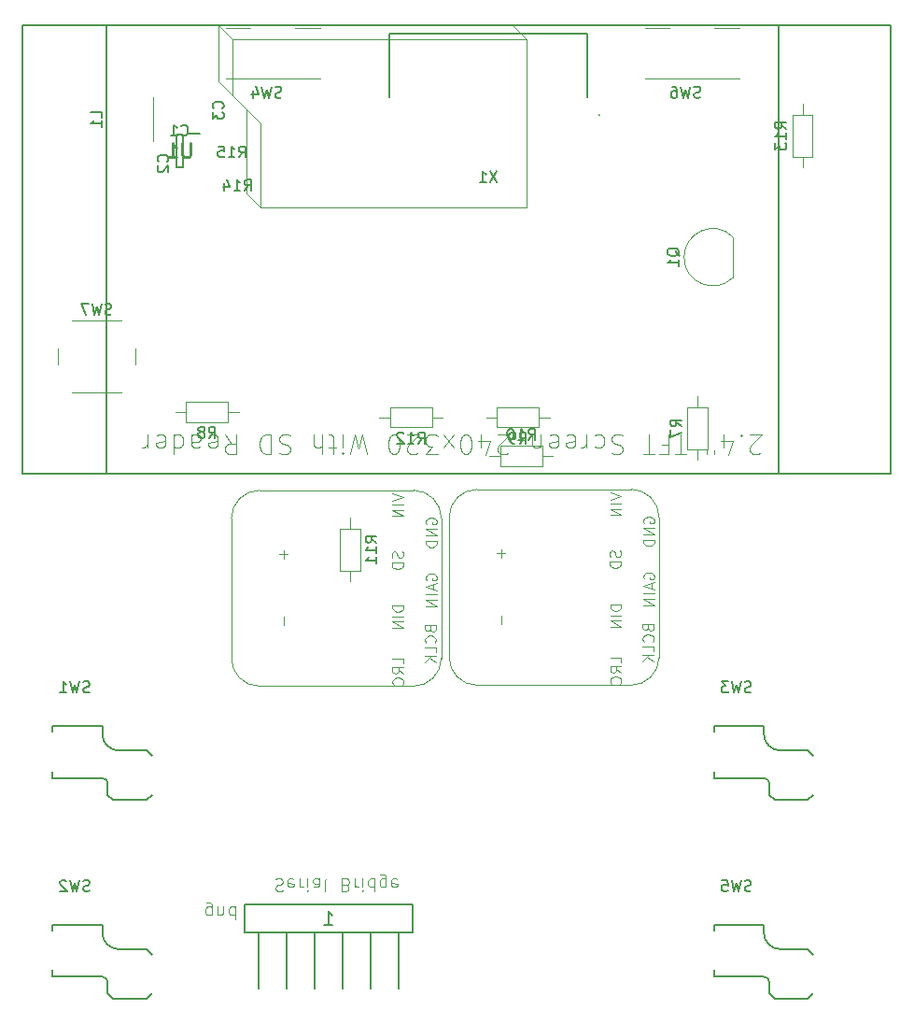
<source format=gbr>
%TF.GenerationSoftware,KiCad,Pcbnew,8.0.4*%
%TF.CreationDate,2025-02-21T10:23:32-07:00*%
%TF.ProjectId,PCB ESP32 S3 Wroom 1 n16r8,50434220-4553-4503-9332-205333205772,rev?*%
%TF.SameCoordinates,Original*%
%TF.FileFunction,Legend,Bot*%
%TF.FilePolarity,Positive*%
%FSLAX46Y46*%
G04 Gerber Fmt 4.6, Leading zero omitted, Abs format (unit mm)*
G04 Created by KiCad (PCBNEW 8.0.4) date 2025-02-21 10:23:32*
%MOMM*%
%LPD*%
G01*
G04 APERTURE LIST*
%ADD10C,0.150000*%
%ADD11C,0.100000*%
%ADD12C,0.254000*%
%ADD13C,0.101600*%
%ADD14C,0.200000*%
%ADD15C,0.120000*%
%ADD16C,0.127000*%
G04 APERTURE END LIST*
D10*
X65333332Y-104407200D02*
X65190475Y-104454819D01*
X65190475Y-104454819D02*
X64952380Y-104454819D01*
X64952380Y-104454819D02*
X64857142Y-104407200D01*
X64857142Y-104407200D02*
X64809523Y-104359580D01*
X64809523Y-104359580D02*
X64761904Y-104264342D01*
X64761904Y-104264342D02*
X64761904Y-104169104D01*
X64761904Y-104169104D02*
X64809523Y-104073866D01*
X64809523Y-104073866D02*
X64857142Y-104026247D01*
X64857142Y-104026247D02*
X64952380Y-103978628D01*
X64952380Y-103978628D02*
X65142856Y-103931009D01*
X65142856Y-103931009D02*
X65238094Y-103883390D01*
X65238094Y-103883390D02*
X65285713Y-103835771D01*
X65285713Y-103835771D02*
X65333332Y-103740533D01*
X65333332Y-103740533D02*
X65333332Y-103645295D01*
X65333332Y-103645295D02*
X65285713Y-103550057D01*
X65285713Y-103550057D02*
X65238094Y-103502438D01*
X65238094Y-103502438D02*
X65142856Y-103454819D01*
X65142856Y-103454819D02*
X64904761Y-103454819D01*
X64904761Y-103454819D02*
X64761904Y-103502438D01*
X64428570Y-103454819D02*
X64190475Y-104454819D01*
X64190475Y-104454819D02*
X63999999Y-103740533D01*
X63999999Y-103740533D02*
X63809523Y-104454819D01*
X63809523Y-104454819D02*
X63571428Y-103454819D01*
X62666666Y-104454819D02*
X63238094Y-104454819D01*
X62952380Y-104454819D02*
X62952380Y-103454819D01*
X62952380Y-103454819D02*
X63047618Y-103597676D01*
X63047618Y-103597676D02*
X63142856Y-103692914D01*
X63142856Y-103692914D02*
X63238094Y-103740533D01*
X65333332Y-122407200D02*
X65190475Y-122454819D01*
X65190475Y-122454819D02*
X64952380Y-122454819D01*
X64952380Y-122454819D02*
X64857142Y-122407200D01*
X64857142Y-122407200D02*
X64809523Y-122359580D01*
X64809523Y-122359580D02*
X64761904Y-122264342D01*
X64761904Y-122264342D02*
X64761904Y-122169104D01*
X64761904Y-122169104D02*
X64809523Y-122073866D01*
X64809523Y-122073866D02*
X64857142Y-122026247D01*
X64857142Y-122026247D02*
X64952380Y-121978628D01*
X64952380Y-121978628D02*
X65142856Y-121931009D01*
X65142856Y-121931009D02*
X65238094Y-121883390D01*
X65238094Y-121883390D02*
X65285713Y-121835771D01*
X65285713Y-121835771D02*
X65333332Y-121740533D01*
X65333332Y-121740533D02*
X65333332Y-121645295D01*
X65333332Y-121645295D02*
X65285713Y-121550057D01*
X65285713Y-121550057D02*
X65238094Y-121502438D01*
X65238094Y-121502438D02*
X65142856Y-121454819D01*
X65142856Y-121454819D02*
X64904761Y-121454819D01*
X64904761Y-121454819D02*
X64761904Y-121502438D01*
X64428570Y-121454819D02*
X64190475Y-122454819D01*
X64190475Y-122454819D02*
X63999999Y-121740533D01*
X63999999Y-121740533D02*
X63809523Y-122454819D01*
X63809523Y-122454819D02*
X63571428Y-121454819D01*
X63238094Y-121550057D02*
X63190475Y-121502438D01*
X63190475Y-121502438D02*
X63095237Y-121454819D01*
X63095237Y-121454819D02*
X62857142Y-121454819D01*
X62857142Y-121454819D02*
X62761904Y-121502438D01*
X62761904Y-121502438D02*
X62714285Y-121550057D01*
X62714285Y-121550057D02*
X62666666Y-121645295D01*
X62666666Y-121645295D02*
X62666666Y-121740533D01*
X62666666Y-121740533D02*
X62714285Y-121883390D01*
X62714285Y-121883390D02*
X63285713Y-122454819D01*
X63285713Y-122454819D02*
X62666666Y-122454819D01*
D11*
X112561419Y-86323527D02*
X113561419Y-86656860D01*
X113561419Y-86656860D02*
X112561419Y-86990193D01*
X113561419Y-87323527D02*
X112561419Y-87323527D01*
X113561419Y-87799717D02*
X112561419Y-87799717D01*
X112561419Y-87799717D02*
X113561419Y-88371145D01*
X113561419Y-88371145D02*
X112561419Y-88371145D01*
X115619038Y-94140193D02*
X115571419Y-94044955D01*
X115571419Y-94044955D02*
X115571419Y-93902098D01*
X115571419Y-93902098D02*
X115619038Y-93759241D01*
X115619038Y-93759241D02*
X115714276Y-93664003D01*
X115714276Y-93664003D02*
X115809514Y-93616384D01*
X115809514Y-93616384D02*
X115999990Y-93568765D01*
X115999990Y-93568765D02*
X116142847Y-93568765D01*
X116142847Y-93568765D02*
X116333323Y-93616384D01*
X116333323Y-93616384D02*
X116428561Y-93664003D01*
X116428561Y-93664003D02*
X116523800Y-93759241D01*
X116523800Y-93759241D02*
X116571419Y-93902098D01*
X116571419Y-93902098D02*
X116571419Y-93997336D01*
X116571419Y-93997336D02*
X116523800Y-94140193D01*
X116523800Y-94140193D02*
X116476180Y-94187812D01*
X116476180Y-94187812D02*
X116142847Y-94187812D01*
X116142847Y-94187812D02*
X116142847Y-93997336D01*
X116285704Y-94568765D02*
X116285704Y-95044955D01*
X116571419Y-94473527D02*
X115571419Y-94806860D01*
X115571419Y-94806860D02*
X116571419Y-95140193D01*
X116571419Y-95473527D02*
X115571419Y-95473527D01*
X116571419Y-95949717D02*
X115571419Y-95949717D01*
X115571419Y-95949717D02*
X116571419Y-96521145D01*
X116571419Y-96521145D02*
X115571419Y-96521145D01*
X102690466Y-91466384D02*
X102690466Y-92228289D01*
X103071419Y-91847336D02*
X102309514Y-91847336D01*
X113561419Y-96456384D02*
X112561419Y-96456384D01*
X112561419Y-96456384D02*
X112561419Y-96694479D01*
X112561419Y-96694479D02*
X112609038Y-96837336D01*
X112609038Y-96837336D02*
X112704276Y-96932574D01*
X112704276Y-96932574D02*
X112799514Y-96980193D01*
X112799514Y-96980193D02*
X112989990Y-97027812D01*
X112989990Y-97027812D02*
X113132847Y-97027812D01*
X113132847Y-97027812D02*
X113323323Y-96980193D01*
X113323323Y-96980193D02*
X113418561Y-96932574D01*
X113418561Y-96932574D02*
X113513800Y-96837336D01*
X113513800Y-96837336D02*
X113561419Y-96694479D01*
X113561419Y-96694479D02*
X113561419Y-96456384D01*
X113561419Y-97456384D02*
X112561419Y-97456384D01*
X113561419Y-97932574D02*
X112561419Y-97932574D01*
X112561419Y-97932574D02*
X113561419Y-98504002D01*
X113561419Y-98504002D02*
X112561419Y-98504002D01*
X115629038Y-89080193D02*
X115581419Y-88984955D01*
X115581419Y-88984955D02*
X115581419Y-88842098D01*
X115581419Y-88842098D02*
X115629038Y-88699241D01*
X115629038Y-88699241D02*
X115724276Y-88604003D01*
X115724276Y-88604003D02*
X115819514Y-88556384D01*
X115819514Y-88556384D02*
X116009990Y-88508765D01*
X116009990Y-88508765D02*
X116152847Y-88508765D01*
X116152847Y-88508765D02*
X116343323Y-88556384D01*
X116343323Y-88556384D02*
X116438561Y-88604003D01*
X116438561Y-88604003D02*
X116533800Y-88699241D01*
X116533800Y-88699241D02*
X116581419Y-88842098D01*
X116581419Y-88842098D02*
X116581419Y-88937336D01*
X116581419Y-88937336D02*
X116533800Y-89080193D01*
X116533800Y-89080193D02*
X116486180Y-89127812D01*
X116486180Y-89127812D02*
X116152847Y-89127812D01*
X116152847Y-89127812D02*
X116152847Y-88937336D01*
X116581419Y-89556384D02*
X115581419Y-89556384D01*
X115581419Y-89556384D02*
X116581419Y-90127812D01*
X116581419Y-90127812D02*
X115581419Y-90127812D01*
X116581419Y-90604003D02*
X115581419Y-90604003D01*
X115581419Y-90604003D02*
X115581419Y-90842098D01*
X115581419Y-90842098D02*
X115629038Y-90984955D01*
X115629038Y-90984955D02*
X115724276Y-91080193D01*
X115724276Y-91080193D02*
X115819514Y-91127812D01*
X115819514Y-91127812D02*
X116009990Y-91175431D01*
X116009990Y-91175431D02*
X116152847Y-91175431D01*
X116152847Y-91175431D02*
X116343323Y-91127812D01*
X116343323Y-91127812D02*
X116438561Y-91080193D01*
X116438561Y-91080193D02*
X116533800Y-90984955D01*
X116533800Y-90984955D02*
X116581419Y-90842098D01*
X116581419Y-90842098D02*
X116581419Y-90604003D01*
X102680466Y-97466384D02*
X102680466Y-98228289D01*
X113561419Y-101732574D02*
X113561419Y-101256384D01*
X113561419Y-101256384D02*
X112561419Y-101256384D01*
X113561419Y-102637336D02*
X113085228Y-102304003D01*
X113561419Y-102065908D02*
X112561419Y-102065908D01*
X112561419Y-102065908D02*
X112561419Y-102446860D01*
X112561419Y-102446860D02*
X112609038Y-102542098D01*
X112609038Y-102542098D02*
X112656657Y-102589717D01*
X112656657Y-102589717D02*
X112751895Y-102637336D01*
X112751895Y-102637336D02*
X112894752Y-102637336D01*
X112894752Y-102637336D02*
X112989990Y-102589717D01*
X112989990Y-102589717D02*
X113037609Y-102542098D01*
X113037609Y-102542098D02*
X113085228Y-102446860D01*
X113085228Y-102446860D02*
X113085228Y-102065908D01*
X113466180Y-103637336D02*
X113513800Y-103589717D01*
X113513800Y-103589717D02*
X113561419Y-103446860D01*
X113561419Y-103446860D02*
X113561419Y-103351622D01*
X113561419Y-103351622D02*
X113513800Y-103208765D01*
X113513800Y-103208765D02*
X113418561Y-103113527D01*
X113418561Y-103113527D02*
X113323323Y-103065908D01*
X113323323Y-103065908D02*
X113132847Y-103018289D01*
X113132847Y-103018289D02*
X112989990Y-103018289D01*
X112989990Y-103018289D02*
X112799514Y-103065908D01*
X112799514Y-103065908D02*
X112704276Y-103113527D01*
X112704276Y-103113527D02*
X112609038Y-103208765D01*
X112609038Y-103208765D02*
X112561419Y-103351622D01*
X112561419Y-103351622D02*
X112561419Y-103446860D01*
X112561419Y-103446860D02*
X112609038Y-103589717D01*
X112609038Y-103589717D02*
X112656657Y-103637336D01*
X115987609Y-98589717D02*
X116035228Y-98732574D01*
X116035228Y-98732574D02*
X116082847Y-98780193D01*
X116082847Y-98780193D02*
X116178085Y-98827812D01*
X116178085Y-98827812D02*
X116320942Y-98827812D01*
X116320942Y-98827812D02*
X116416180Y-98780193D01*
X116416180Y-98780193D02*
X116463800Y-98732574D01*
X116463800Y-98732574D02*
X116511419Y-98637336D01*
X116511419Y-98637336D02*
X116511419Y-98256384D01*
X116511419Y-98256384D02*
X115511419Y-98256384D01*
X115511419Y-98256384D02*
X115511419Y-98589717D01*
X115511419Y-98589717D02*
X115559038Y-98684955D01*
X115559038Y-98684955D02*
X115606657Y-98732574D01*
X115606657Y-98732574D02*
X115701895Y-98780193D01*
X115701895Y-98780193D02*
X115797133Y-98780193D01*
X115797133Y-98780193D02*
X115892371Y-98732574D01*
X115892371Y-98732574D02*
X115939990Y-98684955D01*
X115939990Y-98684955D02*
X115987609Y-98589717D01*
X115987609Y-98589717D02*
X115987609Y-98256384D01*
X116416180Y-99827812D02*
X116463800Y-99780193D01*
X116463800Y-99780193D02*
X116511419Y-99637336D01*
X116511419Y-99637336D02*
X116511419Y-99542098D01*
X116511419Y-99542098D02*
X116463800Y-99399241D01*
X116463800Y-99399241D02*
X116368561Y-99304003D01*
X116368561Y-99304003D02*
X116273323Y-99256384D01*
X116273323Y-99256384D02*
X116082847Y-99208765D01*
X116082847Y-99208765D02*
X115939990Y-99208765D01*
X115939990Y-99208765D02*
X115749514Y-99256384D01*
X115749514Y-99256384D02*
X115654276Y-99304003D01*
X115654276Y-99304003D02*
X115559038Y-99399241D01*
X115559038Y-99399241D02*
X115511419Y-99542098D01*
X115511419Y-99542098D02*
X115511419Y-99637336D01*
X115511419Y-99637336D02*
X115559038Y-99780193D01*
X115559038Y-99780193D02*
X115606657Y-99827812D01*
X116511419Y-100732574D02*
X116511419Y-100256384D01*
X116511419Y-100256384D02*
X115511419Y-100256384D01*
X116511419Y-101065908D02*
X115511419Y-101065908D01*
X116511419Y-101637336D02*
X115939990Y-101208765D01*
X115511419Y-101637336D02*
X116082847Y-101065908D01*
X113463800Y-91588765D02*
X113511419Y-91731622D01*
X113511419Y-91731622D02*
X113511419Y-91969717D01*
X113511419Y-91969717D02*
X113463800Y-92064955D01*
X113463800Y-92064955D02*
X113416180Y-92112574D01*
X113416180Y-92112574D02*
X113320942Y-92160193D01*
X113320942Y-92160193D02*
X113225704Y-92160193D01*
X113225704Y-92160193D02*
X113130466Y-92112574D01*
X113130466Y-92112574D02*
X113082847Y-92064955D01*
X113082847Y-92064955D02*
X113035228Y-91969717D01*
X113035228Y-91969717D02*
X112987609Y-91779241D01*
X112987609Y-91779241D02*
X112939990Y-91684003D01*
X112939990Y-91684003D02*
X112892371Y-91636384D01*
X112892371Y-91636384D02*
X112797133Y-91588765D01*
X112797133Y-91588765D02*
X112701895Y-91588765D01*
X112701895Y-91588765D02*
X112606657Y-91636384D01*
X112606657Y-91636384D02*
X112559038Y-91684003D01*
X112559038Y-91684003D02*
X112511419Y-91779241D01*
X112511419Y-91779241D02*
X112511419Y-92017336D01*
X112511419Y-92017336D02*
X112559038Y-92160193D01*
X113511419Y-92588765D02*
X112511419Y-92588765D01*
X112511419Y-92588765D02*
X112511419Y-92826860D01*
X112511419Y-92826860D02*
X112559038Y-92969717D01*
X112559038Y-92969717D02*
X112654276Y-93064955D01*
X112654276Y-93064955D02*
X112749514Y-93112574D01*
X112749514Y-93112574D02*
X112939990Y-93160193D01*
X112939990Y-93160193D02*
X113082847Y-93160193D01*
X113082847Y-93160193D02*
X113273323Y-93112574D01*
X113273323Y-93112574D02*
X113368561Y-93064955D01*
X113368561Y-93064955D02*
X113463800Y-92969717D01*
X113463800Y-92969717D02*
X113511419Y-92826860D01*
X113511419Y-92826860D02*
X113511419Y-92588765D01*
D10*
X125333332Y-122407200D02*
X125190475Y-122454819D01*
X125190475Y-122454819D02*
X124952380Y-122454819D01*
X124952380Y-122454819D02*
X124857142Y-122407200D01*
X124857142Y-122407200D02*
X124809523Y-122359580D01*
X124809523Y-122359580D02*
X124761904Y-122264342D01*
X124761904Y-122264342D02*
X124761904Y-122169104D01*
X124761904Y-122169104D02*
X124809523Y-122073866D01*
X124809523Y-122073866D02*
X124857142Y-122026247D01*
X124857142Y-122026247D02*
X124952380Y-121978628D01*
X124952380Y-121978628D02*
X125142856Y-121931009D01*
X125142856Y-121931009D02*
X125238094Y-121883390D01*
X125238094Y-121883390D02*
X125285713Y-121835771D01*
X125285713Y-121835771D02*
X125333332Y-121740533D01*
X125333332Y-121740533D02*
X125333332Y-121645295D01*
X125333332Y-121645295D02*
X125285713Y-121550057D01*
X125285713Y-121550057D02*
X125238094Y-121502438D01*
X125238094Y-121502438D02*
X125142856Y-121454819D01*
X125142856Y-121454819D02*
X124904761Y-121454819D01*
X124904761Y-121454819D02*
X124761904Y-121502438D01*
X124428570Y-121454819D02*
X124190475Y-122454819D01*
X124190475Y-122454819D02*
X123999999Y-121740533D01*
X123999999Y-121740533D02*
X123809523Y-122454819D01*
X123809523Y-122454819D02*
X123571428Y-121454819D01*
X122714285Y-121454819D02*
X123190475Y-121454819D01*
X123190475Y-121454819D02*
X123238094Y-121931009D01*
X123238094Y-121931009D02*
X123190475Y-121883390D01*
X123190475Y-121883390D02*
X123095237Y-121835771D01*
X123095237Y-121835771D02*
X122857142Y-121835771D01*
X122857142Y-121835771D02*
X122761904Y-121883390D01*
X122761904Y-121883390D02*
X122714285Y-121931009D01*
X122714285Y-121931009D02*
X122666666Y-122026247D01*
X122666666Y-122026247D02*
X122666666Y-122264342D01*
X122666666Y-122264342D02*
X122714285Y-122359580D01*
X122714285Y-122359580D02*
X122761904Y-122407200D01*
X122761904Y-122407200D02*
X122857142Y-122454819D01*
X122857142Y-122454819D02*
X123095237Y-122454819D01*
X123095237Y-122454819D02*
X123190475Y-122407200D01*
X123190475Y-122407200D02*
X123238094Y-122359580D01*
D11*
X93819919Y-101820074D02*
X93819919Y-101343884D01*
X93819919Y-101343884D02*
X92819919Y-101343884D01*
X93819919Y-102724836D02*
X93343728Y-102391503D01*
X93819919Y-102153408D02*
X92819919Y-102153408D01*
X92819919Y-102153408D02*
X92819919Y-102534360D01*
X92819919Y-102534360D02*
X92867538Y-102629598D01*
X92867538Y-102629598D02*
X92915157Y-102677217D01*
X92915157Y-102677217D02*
X93010395Y-102724836D01*
X93010395Y-102724836D02*
X93153252Y-102724836D01*
X93153252Y-102724836D02*
X93248490Y-102677217D01*
X93248490Y-102677217D02*
X93296109Y-102629598D01*
X93296109Y-102629598D02*
X93343728Y-102534360D01*
X93343728Y-102534360D02*
X93343728Y-102153408D01*
X93724680Y-103724836D02*
X93772300Y-103677217D01*
X93772300Y-103677217D02*
X93819919Y-103534360D01*
X93819919Y-103534360D02*
X93819919Y-103439122D01*
X93819919Y-103439122D02*
X93772300Y-103296265D01*
X93772300Y-103296265D02*
X93677061Y-103201027D01*
X93677061Y-103201027D02*
X93581823Y-103153408D01*
X93581823Y-103153408D02*
X93391347Y-103105789D01*
X93391347Y-103105789D02*
X93248490Y-103105789D01*
X93248490Y-103105789D02*
X93058014Y-103153408D01*
X93058014Y-103153408D02*
X92962776Y-103201027D01*
X92962776Y-103201027D02*
X92867538Y-103296265D01*
X92867538Y-103296265D02*
X92819919Y-103439122D01*
X92819919Y-103439122D02*
X92819919Y-103534360D01*
X92819919Y-103534360D02*
X92867538Y-103677217D01*
X92867538Y-103677217D02*
X92915157Y-103724836D01*
X82938966Y-97553884D02*
X82938966Y-98315789D01*
X93722300Y-91676265D02*
X93769919Y-91819122D01*
X93769919Y-91819122D02*
X93769919Y-92057217D01*
X93769919Y-92057217D02*
X93722300Y-92152455D01*
X93722300Y-92152455D02*
X93674680Y-92200074D01*
X93674680Y-92200074D02*
X93579442Y-92247693D01*
X93579442Y-92247693D02*
X93484204Y-92247693D01*
X93484204Y-92247693D02*
X93388966Y-92200074D01*
X93388966Y-92200074D02*
X93341347Y-92152455D01*
X93341347Y-92152455D02*
X93293728Y-92057217D01*
X93293728Y-92057217D02*
X93246109Y-91866741D01*
X93246109Y-91866741D02*
X93198490Y-91771503D01*
X93198490Y-91771503D02*
X93150871Y-91723884D01*
X93150871Y-91723884D02*
X93055633Y-91676265D01*
X93055633Y-91676265D02*
X92960395Y-91676265D01*
X92960395Y-91676265D02*
X92865157Y-91723884D01*
X92865157Y-91723884D02*
X92817538Y-91771503D01*
X92817538Y-91771503D02*
X92769919Y-91866741D01*
X92769919Y-91866741D02*
X92769919Y-92104836D01*
X92769919Y-92104836D02*
X92817538Y-92247693D01*
X93769919Y-92676265D02*
X92769919Y-92676265D01*
X92769919Y-92676265D02*
X92769919Y-92914360D01*
X92769919Y-92914360D02*
X92817538Y-93057217D01*
X92817538Y-93057217D02*
X92912776Y-93152455D01*
X92912776Y-93152455D02*
X93008014Y-93200074D01*
X93008014Y-93200074D02*
X93198490Y-93247693D01*
X93198490Y-93247693D02*
X93341347Y-93247693D01*
X93341347Y-93247693D02*
X93531823Y-93200074D01*
X93531823Y-93200074D02*
X93627061Y-93152455D01*
X93627061Y-93152455D02*
X93722300Y-93057217D01*
X93722300Y-93057217D02*
X93769919Y-92914360D01*
X93769919Y-92914360D02*
X93769919Y-92676265D01*
X92819919Y-86411027D02*
X93819919Y-86744360D01*
X93819919Y-86744360D02*
X92819919Y-87077693D01*
X93819919Y-87411027D02*
X92819919Y-87411027D01*
X93819919Y-87887217D02*
X92819919Y-87887217D01*
X92819919Y-87887217D02*
X93819919Y-88458645D01*
X93819919Y-88458645D02*
X92819919Y-88458645D01*
X95877538Y-94227693D02*
X95829919Y-94132455D01*
X95829919Y-94132455D02*
X95829919Y-93989598D01*
X95829919Y-93989598D02*
X95877538Y-93846741D01*
X95877538Y-93846741D02*
X95972776Y-93751503D01*
X95972776Y-93751503D02*
X96068014Y-93703884D01*
X96068014Y-93703884D02*
X96258490Y-93656265D01*
X96258490Y-93656265D02*
X96401347Y-93656265D01*
X96401347Y-93656265D02*
X96591823Y-93703884D01*
X96591823Y-93703884D02*
X96687061Y-93751503D01*
X96687061Y-93751503D02*
X96782300Y-93846741D01*
X96782300Y-93846741D02*
X96829919Y-93989598D01*
X96829919Y-93989598D02*
X96829919Y-94084836D01*
X96829919Y-94084836D02*
X96782300Y-94227693D01*
X96782300Y-94227693D02*
X96734680Y-94275312D01*
X96734680Y-94275312D02*
X96401347Y-94275312D01*
X96401347Y-94275312D02*
X96401347Y-94084836D01*
X96544204Y-94656265D02*
X96544204Y-95132455D01*
X96829919Y-94561027D02*
X95829919Y-94894360D01*
X95829919Y-94894360D02*
X96829919Y-95227693D01*
X96829919Y-95561027D02*
X95829919Y-95561027D01*
X96829919Y-96037217D02*
X95829919Y-96037217D01*
X95829919Y-96037217D02*
X96829919Y-96608645D01*
X96829919Y-96608645D02*
X95829919Y-96608645D01*
X93819919Y-96543884D02*
X92819919Y-96543884D01*
X92819919Y-96543884D02*
X92819919Y-96781979D01*
X92819919Y-96781979D02*
X92867538Y-96924836D01*
X92867538Y-96924836D02*
X92962776Y-97020074D01*
X92962776Y-97020074D02*
X93058014Y-97067693D01*
X93058014Y-97067693D02*
X93248490Y-97115312D01*
X93248490Y-97115312D02*
X93391347Y-97115312D01*
X93391347Y-97115312D02*
X93581823Y-97067693D01*
X93581823Y-97067693D02*
X93677061Y-97020074D01*
X93677061Y-97020074D02*
X93772300Y-96924836D01*
X93772300Y-96924836D02*
X93819919Y-96781979D01*
X93819919Y-96781979D02*
X93819919Y-96543884D01*
X93819919Y-97543884D02*
X92819919Y-97543884D01*
X93819919Y-98020074D02*
X92819919Y-98020074D01*
X92819919Y-98020074D02*
X93819919Y-98591502D01*
X93819919Y-98591502D02*
X92819919Y-98591502D01*
X96246109Y-98677217D02*
X96293728Y-98820074D01*
X96293728Y-98820074D02*
X96341347Y-98867693D01*
X96341347Y-98867693D02*
X96436585Y-98915312D01*
X96436585Y-98915312D02*
X96579442Y-98915312D01*
X96579442Y-98915312D02*
X96674680Y-98867693D01*
X96674680Y-98867693D02*
X96722300Y-98820074D01*
X96722300Y-98820074D02*
X96769919Y-98724836D01*
X96769919Y-98724836D02*
X96769919Y-98343884D01*
X96769919Y-98343884D02*
X95769919Y-98343884D01*
X95769919Y-98343884D02*
X95769919Y-98677217D01*
X95769919Y-98677217D02*
X95817538Y-98772455D01*
X95817538Y-98772455D02*
X95865157Y-98820074D01*
X95865157Y-98820074D02*
X95960395Y-98867693D01*
X95960395Y-98867693D02*
X96055633Y-98867693D01*
X96055633Y-98867693D02*
X96150871Y-98820074D01*
X96150871Y-98820074D02*
X96198490Y-98772455D01*
X96198490Y-98772455D02*
X96246109Y-98677217D01*
X96246109Y-98677217D02*
X96246109Y-98343884D01*
X96674680Y-99915312D02*
X96722300Y-99867693D01*
X96722300Y-99867693D02*
X96769919Y-99724836D01*
X96769919Y-99724836D02*
X96769919Y-99629598D01*
X96769919Y-99629598D02*
X96722300Y-99486741D01*
X96722300Y-99486741D02*
X96627061Y-99391503D01*
X96627061Y-99391503D02*
X96531823Y-99343884D01*
X96531823Y-99343884D02*
X96341347Y-99296265D01*
X96341347Y-99296265D02*
X96198490Y-99296265D01*
X96198490Y-99296265D02*
X96008014Y-99343884D01*
X96008014Y-99343884D02*
X95912776Y-99391503D01*
X95912776Y-99391503D02*
X95817538Y-99486741D01*
X95817538Y-99486741D02*
X95769919Y-99629598D01*
X95769919Y-99629598D02*
X95769919Y-99724836D01*
X95769919Y-99724836D02*
X95817538Y-99867693D01*
X95817538Y-99867693D02*
X95865157Y-99915312D01*
X96769919Y-100820074D02*
X96769919Y-100343884D01*
X96769919Y-100343884D02*
X95769919Y-100343884D01*
X96769919Y-101153408D02*
X95769919Y-101153408D01*
X96769919Y-101724836D02*
X96198490Y-101296265D01*
X95769919Y-101724836D02*
X96341347Y-101153408D01*
X95887538Y-89167693D02*
X95839919Y-89072455D01*
X95839919Y-89072455D02*
X95839919Y-88929598D01*
X95839919Y-88929598D02*
X95887538Y-88786741D01*
X95887538Y-88786741D02*
X95982776Y-88691503D01*
X95982776Y-88691503D02*
X96078014Y-88643884D01*
X96078014Y-88643884D02*
X96268490Y-88596265D01*
X96268490Y-88596265D02*
X96411347Y-88596265D01*
X96411347Y-88596265D02*
X96601823Y-88643884D01*
X96601823Y-88643884D02*
X96697061Y-88691503D01*
X96697061Y-88691503D02*
X96792300Y-88786741D01*
X96792300Y-88786741D02*
X96839919Y-88929598D01*
X96839919Y-88929598D02*
X96839919Y-89024836D01*
X96839919Y-89024836D02*
X96792300Y-89167693D01*
X96792300Y-89167693D02*
X96744680Y-89215312D01*
X96744680Y-89215312D02*
X96411347Y-89215312D01*
X96411347Y-89215312D02*
X96411347Y-89024836D01*
X96839919Y-89643884D02*
X95839919Y-89643884D01*
X95839919Y-89643884D02*
X96839919Y-90215312D01*
X96839919Y-90215312D02*
X95839919Y-90215312D01*
X96839919Y-90691503D02*
X95839919Y-90691503D01*
X95839919Y-90691503D02*
X95839919Y-90929598D01*
X95839919Y-90929598D02*
X95887538Y-91072455D01*
X95887538Y-91072455D02*
X95982776Y-91167693D01*
X95982776Y-91167693D02*
X96078014Y-91215312D01*
X96078014Y-91215312D02*
X96268490Y-91262931D01*
X96268490Y-91262931D02*
X96411347Y-91262931D01*
X96411347Y-91262931D02*
X96601823Y-91215312D01*
X96601823Y-91215312D02*
X96697061Y-91167693D01*
X96697061Y-91167693D02*
X96792300Y-91072455D01*
X96792300Y-91072455D02*
X96839919Y-90929598D01*
X96839919Y-90929598D02*
X96839919Y-90691503D01*
X82948966Y-91553884D02*
X82948966Y-92315789D01*
X83329919Y-91934836D02*
X82568014Y-91934836D01*
X126205544Y-82651459D02*
X126120877Y-82736125D01*
X126120877Y-82736125D02*
X125951544Y-82820792D01*
X125951544Y-82820792D02*
X125528211Y-82820792D01*
X125528211Y-82820792D02*
X125358877Y-82736125D01*
X125358877Y-82736125D02*
X125274211Y-82651459D01*
X125274211Y-82651459D02*
X125189544Y-82482125D01*
X125189544Y-82482125D02*
X125189544Y-82312792D01*
X125189544Y-82312792D02*
X125274211Y-82058792D01*
X125274211Y-82058792D02*
X126290211Y-81042792D01*
X126290211Y-81042792D02*
X125189544Y-81042792D01*
X124427544Y-81212125D02*
X124342878Y-81127459D01*
X124342878Y-81127459D02*
X124427544Y-81042792D01*
X124427544Y-81042792D02*
X124512211Y-81127459D01*
X124512211Y-81127459D02*
X124427544Y-81212125D01*
X124427544Y-81212125D02*
X124427544Y-81042792D01*
X122818877Y-82228125D02*
X122818877Y-81042792D01*
X123242211Y-82905459D02*
X123665544Y-81635459D01*
X123665544Y-81635459D02*
X122564877Y-81635459D01*
X121972211Y-82820792D02*
X121972211Y-82482125D01*
X121294878Y-82820792D02*
X121294878Y-82482125D01*
X119432210Y-82820792D02*
X118416210Y-82820792D01*
X118924210Y-81042792D02*
X118924210Y-82820792D01*
X117230877Y-81974125D02*
X117823543Y-81974125D01*
X117823543Y-81042792D02*
X117823543Y-82820792D01*
X117823543Y-82820792D02*
X116976877Y-82820792D01*
X116553543Y-82820792D02*
X115537543Y-82820792D01*
X116045543Y-81042792D02*
X116045543Y-82820792D01*
X113674876Y-81127459D02*
X113420876Y-81042792D01*
X113420876Y-81042792D02*
X112997543Y-81042792D01*
X112997543Y-81042792D02*
X112828209Y-81127459D01*
X112828209Y-81127459D02*
X112743543Y-81212125D01*
X112743543Y-81212125D02*
X112658876Y-81381459D01*
X112658876Y-81381459D02*
X112658876Y-81550792D01*
X112658876Y-81550792D02*
X112743543Y-81720125D01*
X112743543Y-81720125D02*
X112828209Y-81804792D01*
X112828209Y-81804792D02*
X112997543Y-81889459D01*
X112997543Y-81889459D02*
X113336209Y-81974125D01*
X113336209Y-81974125D02*
X113505543Y-82058792D01*
X113505543Y-82058792D02*
X113590209Y-82143459D01*
X113590209Y-82143459D02*
X113674876Y-82312792D01*
X113674876Y-82312792D02*
X113674876Y-82482125D01*
X113674876Y-82482125D02*
X113590209Y-82651459D01*
X113590209Y-82651459D02*
X113505543Y-82736125D01*
X113505543Y-82736125D02*
X113336209Y-82820792D01*
X113336209Y-82820792D02*
X112912876Y-82820792D01*
X112912876Y-82820792D02*
X112658876Y-82736125D01*
X111134876Y-81127459D02*
X111304210Y-81042792D01*
X111304210Y-81042792D02*
X111642876Y-81042792D01*
X111642876Y-81042792D02*
X111812210Y-81127459D01*
X111812210Y-81127459D02*
X111896876Y-81212125D01*
X111896876Y-81212125D02*
X111981543Y-81381459D01*
X111981543Y-81381459D02*
X111981543Y-81889459D01*
X111981543Y-81889459D02*
X111896876Y-82058792D01*
X111896876Y-82058792D02*
X111812210Y-82143459D01*
X111812210Y-82143459D02*
X111642876Y-82228125D01*
X111642876Y-82228125D02*
X111304210Y-82228125D01*
X111304210Y-82228125D02*
X111134876Y-82143459D01*
X110372876Y-81042792D02*
X110372876Y-82228125D01*
X110372876Y-81889459D02*
X110288210Y-82058792D01*
X110288210Y-82058792D02*
X110203543Y-82143459D01*
X110203543Y-82143459D02*
X110034210Y-82228125D01*
X110034210Y-82228125D02*
X109864876Y-82228125D01*
X108594876Y-81127459D02*
X108764209Y-81042792D01*
X108764209Y-81042792D02*
X109102876Y-81042792D01*
X109102876Y-81042792D02*
X109272209Y-81127459D01*
X109272209Y-81127459D02*
X109356876Y-81296792D01*
X109356876Y-81296792D02*
X109356876Y-81974125D01*
X109356876Y-81974125D02*
X109272209Y-82143459D01*
X109272209Y-82143459D02*
X109102876Y-82228125D01*
X109102876Y-82228125D02*
X108764209Y-82228125D01*
X108764209Y-82228125D02*
X108594876Y-82143459D01*
X108594876Y-82143459D02*
X108510209Y-81974125D01*
X108510209Y-81974125D02*
X108510209Y-81804792D01*
X108510209Y-81804792D02*
X109356876Y-81635459D01*
X107070876Y-81127459D02*
X107240209Y-81042792D01*
X107240209Y-81042792D02*
X107578876Y-81042792D01*
X107578876Y-81042792D02*
X107748209Y-81127459D01*
X107748209Y-81127459D02*
X107832876Y-81296792D01*
X107832876Y-81296792D02*
X107832876Y-81974125D01*
X107832876Y-81974125D02*
X107748209Y-82143459D01*
X107748209Y-82143459D02*
X107578876Y-82228125D01*
X107578876Y-82228125D02*
X107240209Y-82228125D01*
X107240209Y-82228125D02*
X107070876Y-82143459D01*
X107070876Y-82143459D02*
X106986209Y-81974125D01*
X106986209Y-81974125D02*
X106986209Y-81804792D01*
X106986209Y-81804792D02*
X107832876Y-81635459D01*
X106224209Y-82228125D02*
X106224209Y-81042792D01*
X106224209Y-82058792D02*
X106139543Y-82143459D01*
X106139543Y-82143459D02*
X105970209Y-82228125D01*
X105970209Y-82228125D02*
X105716209Y-82228125D01*
X105716209Y-82228125D02*
X105546876Y-82143459D01*
X105546876Y-82143459D02*
X105462209Y-81974125D01*
X105462209Y-81974125D02*
X105462209Y-81042792D01*
X103345542Y-82651459D02*
X103260875Y-82736125D01*
X103260875Y-82736125D02*
X103091542Y-82820792D01*
X103091542Y-82820792D02*
X102668209Y-82820792D01*
X102668209Y-82820792D02*
X102498875Y-82736125D01*
X102498875Y-82736125D02*
X102414209Y-82651459D01*
X102414209Y-82651459D02*
X102329542Y-82482125D01*
X102329542Y-82482125D02*
X102329542Y-82312792D01*
X102329542Y-82312792D02*
X102414209Y-82058792D01*
X102414209Y-82058792D02*
X103430209Y-81042792D01*
X103430209Y-81042792D02*
X102329542Y-81042792D01*
X100805542Y-82228125D02*
X100805542Y-81042792D01*
X101228876Y-82905459D02*
X101652209Y-81635459D01*
X101652209Y-81635459D02*
X100551542Y-81635459D01*
X99535543Y-82820792D02*
X99366209Y-82820792D01*
X99366209Y-82820792D02*
X99196876Y-82736125D01*
X99196876Y-82736125D02*
X99112209Y-82651459D01*
X99112209Y-82651459D02*
X99027543Y-82482125D01*
X99027543Y-82482125D02*
X98942876Y-82143459D01*
X98942876Y-82143459D02*
X98942876Y-81720125D01*
X98942876Y-81720125D02*
X99027543Y-81381459D01*
X99027543Y-81381459D02*
X99112209Y-81212125D01*
X99112209Y-81212125D02*
X99196876Y-81127459D01*
X99196876Y-81127459D02*
X99366209Y-81042792D01*
X99366209Y-81042792D02*
X99535543Y-81042792D01*
X99535543Y-81042792D02*
X99704876Y-81127459D01*
X99704876Y-81127459D02*
X99789543Y-81212125D01*
X99789543Y-81212125D02*
X99874209Y-81381459D01*
X99874209Y-81381459D02*
X99958876Y-81720125D01*
X99958876Y-81720125D02*
X99958876Y-82143459D01*
X99958876Y-82143459D02*
X99874209Y-82482125D01*
X99874209Y-82482125D02*
X99789543Y-82651459D01*
X99789543Y-82651459D02*
X99704876Y-82736125D01*
X99704876Y-82736125D02*
X99535543Y-82820792D01*
X98350210Y-81042792D02*
X97418876Y-82228125D01*
X98350210Y-82228125D02*
X97418876Y-81042792D01*
X96910877Y-82820792D02*
X95810210Y-82820792D01*
X95810210Y-82820792D02*
X96402877Y-82143459D01*
X96402877Y-82143459D02*
X96148877Y-82143459D01*
X96148877Y-82143459D02*
X95979543Y-82058792D01*
X95979543Y-82058792D02*
X95894877Y-81974125D01*
X95894877Y-81974125D02*
X95810210Y-81804792D01*
X95810210Y-81804792D02*
X95810210Y-81381459D01*
X95810210Y-81381459D02*
X95894877Y-81212125D01*
X95894877Y-81212125D02*
X95979543Y-81127459D01*
X95979543Y-81127459D02*
X96148877Y-81042792D01*
X96148877Y-81042792D02*
X96656877Y-81042792D01*
X96656877Y-81042792D02*
X96826210Y-81127459D01*
X96826210Y-81127459D02*
X96910877Y-81212125D01*
X95132877Y-82651459D02*
X95048210Y-82736125D01*
X95048210Y-82736125D02*
X94878877Y-82820792D01*
X94878877Y-82820792D02*
X94455544Y-82820792D01*
X94455544Y-82820792D02*
X94286210Y-82736125D01*
X94286210Y-82736125D02*
X94201544Y-82651459D01*
X94201544Y-82651459D02*
X94116877Y-82482125D01*
X94116877Y-82482125D02*
X94116877Y-82312792D01*
X94116877Y-82312792D02*
X94201544Y-82058792D01*
X94201544Y-82058792D02*
X95217544Y-81042792D01*
X95217544Y-81042792D02*
X94116877Y-81042792D01*
X93016211Y-82820792D02*
X92846877Y-82820792D01*
X92846877Y-82820792D02*
X92677544Y-82736125D01*
X92677544Y-82736125D02*
X92592877Y-82651459D01*
X92592877Y-82651459D02*
X92508211Y-82482125D01*
X92508211Y-82482125D02*
X92423544Y-82143459D01*
X92423544Y-82143459D02*
X92423544Y-81720125D01*
X92423544Y-81720125D02*
X92508211Y-81381459D01*
X92508211Y-81381459D02*
X92592877Y-81212125D01*
X92592877Y-81212125D02*
X92677544Y-81127459D01*
X92677544Y-81127459D02*
X92846877Y-81042792D01*
X92846877Y-81042792D02*
X93016211Y-81042792D01*
X93016211Y-81042792D02*
X93185544Y-81127459D01*
X93185544Y-81127459D02*
X93270211Y-81212125D01*
X93270211Y-81212125D02*
X93354877Y-81381459D01*
X93354877Y-81381459D02*
X93439544Y-81720125D01*
X93439544Y-81720125D02*
X93439544Y-82143459D01*
X93439544Y-82143459D02*
X93354877Y-82482125D01*
X93354877Y-82482125D02*
X93270211Y-82651459D01*
X93270211Y-82651459D02*
X93185544Y-82736125D01*
X93185544Y-82736125D02*
X93016211Y-82820792D01*
X90476211Y-82820792D02*
X90052877Y-81042792D01*
X90052877Y-81042792D02*
X89714211Y-82312792D01*
X89714211Y-82312792D02*
X89375544Y-81042792D01*
X89375544Y-81042792D02*
X88952211Y-82820792D01*
X88274877Y-81042792D02*
X88274877Y-82228125D01*
X88274877Y-82820792D02*
X88359544Y-82736125D01*
X88359544Y-82736125D02*
X88274877Y-82651459D01*
X88274877Y-82651459D02*
X88190211Y-82736125D01*
X88190211Y-82736125D02*
X88274877Y-82820792D01*
X88274877Y-82820792D02*
X88274877Y-82651459D01*
X87682210Y-82228125D02*
X87004877Y-82228125D01*
X87428210Y-82820792D02*
X87428210Y-81296792D01*
X87428210Y-81296792D02*
X87343544Y-81127459D01*
X87343544Y-81127459D02*
X87174210Y-81042792D01*
X87174210Y-81042792D02*
X87004877Y-81042792D01*
X86412210Y-81042792D02*
X86412210Y-82820792D01*
X85650210Y-81042792D02*
X85650210Y-81974125D01*
X85650210Y-81974125D02*
X85734877Y-82143459D01*
X85734877Y-82143459D02*
X85904210Y-82228125D01*
X85904210Y-82228125D02*
X86158210Y-82228125D01*
X86158210Y-82228125D02*
X86327544Y-82143459D01*
X86327544Y-82143459D02*
X86412210Y-82058792D01*
X83533543Y-81127459D02*
X83279543Y-81042792D01*
X83279543Y-81042792D02*
X82856210Y-81042792D01*
X82856210Y-81042792D02*
X82686876Y-81127459D01*
X82686876Y-81127459D02*
X82602210Y-81212125D01*
X82602210Y-81212125D02*
X82517543Y-81381459D01*
X82517543Y-81381459D02*
X82517543Y-81550792D01*
X82517543Y-81550792D02*
X82602210Y-81720125D01*
X82602210Y-81720125D02*
X82686876Y-81804792D01*
X82686876Y-81804792D02*
X82856210Y-81889459D01*
X82856210Y-81889459D02*
X83194876Y-81974125D01*
X83194876Y-81974125D02*
X83364210Y-82058792D01*
X83364210Y-82058792D02*
X83448876Y-82143459D01*
X83448876Y-82143459D02*
X83533543Y-82312792D01*
X83533543Y-82312792D02*
X83533543Y-82482125D01*
X83533543Y-82482125D02*
X83448876Y-82651459D01*
X83448876Y-82651459D02*
X83364210Y-82736125D01*
X83364210Y-82736125D02*
X83194876Y-82820792D01*
X83194876Y-82820792D02*
X82771543Y-82820792D01*
X82771543Y-82820792D02*
X82517543Y-82736125D01*
X81755543Y-81042792D02*
X81755543Y-82820792D01*
X81755543Y-82820792D02*
X81332210Y-82820792D01*
X81332210Y-82820792D02*
X81078210Y-82736125D01*
X81078210Y-82736125D02*
X80908877Y-82566792D01*
X80908877Y-82566792D02*
X80824210Y-82397459D01*
X80824210Y-82397459D02*
X80739543Y-82058792D01*
X80739543Y-82058792D02*
X80739543Y-81804792D01*
X80739543Y-81804792D02*
X80824210Y-81466125D01*
X80824210Y-81466125D02*
X80908877Y-81296792D01*
X80908877Y-81296792D02*
X81078210Y-81127459D01*
X81078210Y-81127459D02*
X81332210Y-81042792D01*
X81332210Y-81042792D02*
X81755543Y-81042792D01*
X77606876Y-81042792D02*
X78199543Y-81889459D01*
X78622876Y-81042792D02*
X78622876Y-82820792D01*
X78622876Y-82820792D02*
X77945543Y-82820792D01*
X77945543Y-82820792D02*
X77776210Y-82736125D01*
X77776210Y-82736125D02*
X77691543Y-82651459D01*
X77691543Y-82651459D02*
X77606876Y-82482125D01*
X77606876Y-82482125D02*
X77606876Y-82228125D01*
X77606876Y-82228125D02*
X77691543Y-82058792D01*
X77691543Y-82058792D02*
X77776210Y-81974125D01*
X77776210Y-81974125D02*
X77945543Y-81889459D01*
X77945543Y-81889459D02*
X78622876Y-81889459D01*
X76167543Y-81127459D02*
X76336876Y-81042792D01*
X76336876Y-81042792D02*
X76675543Y-81042792D01*
X76675543Y-81042792D02*
X76844876Y-81127459D01*
X76844876Y-81127459D02*
X76929543Y-81296792D01*
X76929543Y-81296792D02*
X76929543Y-81974125D01*
X76929543Y-81974125D02*
X76844876Y-82143459D01*
X76844876Y-82143459D02*
X76675543Y-82228125D01*
X76675543Y-82228125D02*
X76336876Y-82228125D01*
X76336876Y-82228125D02*
X76167543Y-82143459D01*
X76167543Y-82143459D02*
X76082876Y-81974125D01*
X76082876Y-81974125D02*
X76082876Y-81804792D01*
X76082876Y-81804792D02*
X76929543Y-81635459D01*
X74558876Y-81042792D02*
X74558876Y-81974125D01*
X74558876Y-81974125D02*
X74643543Y-82143459D01*
X74643543Y-82143459D02*
X74812876Y-82228125D01*
X74812876Y-82228125D02*
X75151543Y-82228125D01*
X75151543Y-82228125D02*
X75320876Y-82143459D01*
X74558876Y-81127459D02*
X74728210Y-81042792D01*
X74728210Y-81042792D02*
X75151543Y-81042792D01*
X75151543Y-81042792D02*
X75320876Y-81127459D01*
X75320876Y-81127459D02*
X75405543Y-81296792D01*
X75405543Y-81296792D02*
X75405543Y-81466125D01*
X75405543Y-81466125D02*
X75320876Y-81635459D01*
X75320876Y-81635459D02*
X75151543Y-81720125D01*
X75151543Y-81720125D02*
X74728210Y-81720125D01*
X74728210Y-81720125D02*
X74558876Y-81804792D01*
X72950209Y-81042792D02*
X72950209Y-82820792D01*
X72950209Y-81127459D02*
X73119543Y-81042792D01*
X73119543Y-81042792D02*
X73458209Y-81042792D01*
X73458209Y-81042792D02*
X73627543Y-81127459D01*
X73627543Y-81127459D02*
X73712209Y-81212125D01*
X73712209Y-81212125D02*
X73796876Y-81381459D01*
X73796876Y-81381459D02*
X73796876Y-81889459D01*
X73796876Y-81889459D02*
X73712209Y-82058792D01*
X73712209Y-82058792D02*
X73627543Y-82143459D01*
X73627543Y-82143459D02*
X73458209Y-82228125D01*
X73458209Y-82228125D02*
X73119543Y-82228125D01*
X73119543Y-82228125D02*
X72950209Y-82143459D01*
X71426209Y-81127459D02*
X71595542Y-81042792D01*
X71595542Y-81042792D02*
X71934209Y-81042792D01*
X71934209Y-81042792D02*
X72103542Y-81127459D01*
X72103542Y-81127459D02*
X72188209Y-81296792D01*
X72188209Y-81296792D02*
X72188209Y-81974125D01*
X72188209Y-81974125D02*
X72103542Y-82143459D01*
X72103542Y-82143459D02*
X71934209Y-82228125D01*
X71934209Y-82228125D02*
X71595542Y-82228125D01*
X71595542Y-82228125D02*
X71426209Y-82143459D01*
X71426209Y-82143459D02*
X71341542Y-81974125D01*
X71341542Y-81974125D02*
X71341542Y-81804792D01*
X71341542Y-81804792D02*
X72188209Y-81635459D01*
X70579542Y-81042792D02*
X70579542Y-82228125D01*
X70579542Y-81889459D02*
X70494876Y-82058792D01*
X70494876Y-82058792D02*
X70410209Y-82143459D01*
X70410209Y-82143459D02*
X70240876Y-82228125D01*
X70240876Y-82228125D02*
X70071542Y-82228125D01*
D10*
X125333332Y-104407200D02*
X125190475Y-104454819D01*
X125190475Y-104454819D02*
X124952380Y-104454819D01*
X124952380Y-104454819D02*
X124857142Y-104407200D01*
X124857142Y-104407200D02*
X124809523Y-104359580D01*
X124809523Y-104359580D02*
X124761904Y-104264342D01*
X124761904Y-104264342D02*
X124761904Y-104169104D01*
X124761904Y-104169104D02*
X124809523Y-104073866D01*
X124809523Y-104073866D02*
X124857142Y-104026247D01*
X124857142Y-104026247D02*
X124952380Y-103978628D01*
X124952380Y-103978628D02*
X125142856Y-103931009D01*
X125142856Y-103931009D02*
X125238094Y-103883390D01*
X125238094Y-103883390D02*
X125285713Y-103835771D01*
X125285713Y-103835771D02*
X125333332Y-103740533D01*
X125333332Y-103740533D02*
X125333332Y-103645295D01*
X125333332Y-103645295D02*
X125285713Y-103550057D01*
X125285713Y-103550057D02*
X125238094Y-103502438D01*
X125238094Y-103502438D02*
X125142856Y-103454819D01*
X125142856Y-103454819D02*
X124904761Y-103454819D01*
X124904761Y-103454819D02*
X124761904Y-103502438D01*
X124428570Y-103454819D02*
X124190475Y-104454819D01*
X124190475Y-104454819D02*
X123999999Y-103740533D01*
X123999999Y-103740533D02*
X123809523Y-104454819D01*
X123809523Y-104454819D02*
X123571428Y-103454819D01*
X123285713Y-103454819D02*
X122666666Y-103454819D01*
X122666666Y-103454819D02*
X122999999Y-103835771D01*
X122999999Y-103835771D02*
X122857142Y-103835771D01*
X122857142Y-103835771D02*
X122761904Y-103883390D01*
X122761904Y-103883390D02*
X122714285Y-103931009D01*
X122714285Y-103931009D02*
X122666666Y-104026247D01*
X122666666Y-104026247D02*
X122666666Y-104264342D01*
X122666666Y-104264342D02*
X122714285Y-104359580D01*
X122714285Y-104359580D02*
X122761904Y-104407200D01*
X122761904Y-104407200D02*
X122857142Y-104454819D01*
X122857142Y-104454819D02*
X123142856Y-104454819D01*
X123142856Y-104454819D02*
X123238094Y-104407200D01*
X123238094Y-104407200D02*
X123285713Y-104359580D01*
X95142857Y-81874819D02*
X95476190Y-81398628D01*
X95714285Y-81874819D02*
X95714285Y-80874819D01*
X95714285Y-80874819D02*
X95333333Y-80874819D01*
X95333333Y-80874819D02*
X95238095Y-80922438D01*
X95238095Y-80922438D02*
X95190476Y-80970057D01*
X95190476Y-80970057D02*
X95142857Y-81065295D01*
X95142857Y-81065295D02*
X95142857Y-81208152D01*
X95142857Y-81208152D02*
X95190476Y-81303390D01*
X95190476Y-81303390D02*
X95238095Y-81351009D01*
X95238095Y-81351009D02*
X95333333Y-81398628D01*
X95333333Y-81398628D02*
X95714285Y-81398628D01*
X94190476Y-81874819D02*
X94761904Y-81874819D01*
X94476190Y-81874819D02*
X94476190Y-80874819D01*
X94476190Y-80874819D02*
X94571428Y-81017676D01*
X94571428Y-81017676D02*
X94666666Y-81112914D01*
X94666666Y-81112914D02*
X94761904Y-81160533D01*
X93809523Y-80970057D02*
X93761904Y-80922438D01*
X93761904Y-80922438D02*
X93666666Y-80874819D01*
X93666666Y-80874819D02*
X93428571Y-80874819D01*
X93428571Y-80874819D02*
X93333333Y-80922438D01*
X93333333Y-80922438D02*
X93285714Y-80970057D01*
X93285714Y-80970057D02*
X93238095Y-81065295D01*
X93238095Y-81065295D02*
X93238095Y-81160533D01*
X93238095Y-81160533D02*
X93285714Y-81303390D01*
X93285714Y-81303390D02*
X93857142Y-81874819D01*
X93857142Y-81874819D02*
X93238095Y-81874819D01*
X73666666Y-53909580D02*
X73714285Y-53957200D01*
X73714285Y-53957200D02*
X73857142Y-54004819D01*
X73857142Y-54004819D02*
X73952380Y-54004819D01*
X73952380Y-54004819D02*
X74095237Y-53957200D01*
X74095237Y-53957200D02*
X74190475Y-53861961D01*
X74190475Y-53861961D02*
X74238094Y-53766723D01*
X74238094Y-53766723D02*
X74285713Y-53576247D01*
X74285713Y-53576247D02*
X74285713Y-53433390D01*
X74285713Y-53433390D02*
X74238094Y-53242914D01*
X74238094Y-53242914D02*
X74190475Y-53147676D01*
X74190475Y-53147676D02*
X74095237Y-53052438D01*
X74095237Y-53052438D02*
X73952380Y-53004819D01*
X73952380Y-53004819D02*
X73857142Y-53004819D01*
X73857142Y-53004819D02*
X73714285Y-53052438D01*
X73714285Y-53052438D02*
X73666666Y-53100057D01*
X72714285Y-54004819D02*
X73285713Y-54004819D01*
X72999999Y-54004819D02*
X72999999Y-53004819D01*
X72999999Y-53004819D02*
X73095237Y-53147676D01*
X73095237Y-53147676D02*
X73190475Y-53242914D01*
X73190475Y-53242914D02*
X73285713Y-53290533D01*
X120733332Y-50507200D02*
X120590475Y-50554819D01*
X120590475Y-50554819D02*
X120352380Y-50554819D01*
X120352380Y-50554819D02*
X120257142Y-50507200D01*
X120257142Y-50507200D02*
X120209523Y-50459580D01*
X120209523Y-50459580D02*
X120161904Y-50364342D01*
X120161904Y-50364342D02*
X120161904Y-50269104D01*
X120161904Y-50269104D02*
X120209523Y-50173866D01*
X120209523Y-50173866D02*
X120257142Y-50126247D01*
X120257142Y-50126247D02*
X120352380Y-50078628D01*
X120352380Y-50078628D02*
X120542856Y-50031009D01*
X120542856Y-50031009D02*
X120638094Y-49983390D01*
X120638094Y-49983390D02*
X120685713Y-49935771D01*
X120685713Y-49935771D02*
X120733332Y-49840533D01*
X120733332Y-49840533D02*
X120733332Y-49745295D01*
X120733332Y-49745295D02*
X120685713Y-49650057D01*
X120685713Y-49650057D02*
X120638094Y-49602438D01*
X120638094Y-49602438D02*
X120542856Y-49554819D01*
X120542856Y-49554819D02*
X120304761Y-49554819D01*
X120304761Y-49554819D02*
X120161904Y-49602438D01*
X119828570Y-49554819D02*
X119590475Y-50554819D01*
X119590475Y-50554819D02*
X119399999Y-49840533D01*
X119399999Y-49840533D02*
X119209523Y-50554819D01*
X119209523Y-50554819D02*
X118971428Y-49554819D01*
X118161904Y-49554819D02*
X118352380Y-49554819D01*
X118352380Y-49554819D02*
X118447618Y-49602438D01*
X118447618Y-49602438D02*
X118495237Y-49650057D01*
X118495237Y-49650057D02*
X118590475Y-49792914D01*
X118590475Y-49792914D02*
X118638094Y-49983390D01*
X118638094Y-49983390D02*
X118638094Y-50364342D01*
X118638094Y-50364342D02*
X118590475Y-50459580D01*
X118590475Y-50459580D02*
X118542856Y-50507200D01*
X118542856Y-50507200D02*
X118447618Y-50554819D01*
X118447618Y-50554819D02*
X118257142Y-50554819D01*
X118257142Y-50554819D02*
X118161904Y-50507200D01*
X118161904Y-50507200D02*
X118114285Y-50459580D01*
X118114285Y-50459580D02*
X118066666Y-50364342D01*
X118066666Y-50364342D02*
X118066666Y-50126247D01*
X118066666Y-50126247D02*
X118114285Y-50031009D01*
X118114285Y-50031009D02*
X118161904Y-49983390D01*
X118161904Y-49983390D02*
X118257142Y-49935771D01*
X118257142Y-49935771D02*
X118447618Y-49935771D01*
X118447618Y-49935771D02*
X118542856Y-49983390D01*
X118542856Y-49983390D02*
X118590475Y-50031009D01*
X118590475Y-50031009D02*
X118638094Y-50126247D01*
X128534819Y-53357142D02*
X128058628Y-53023809D01*
X128534819Y-52785714D02*
X127534819Y-52785714D01*
X127534819Y-52785714D02*
X127534819Y-53166666D01*
X127534819Y-53166666D02*
X127582438Y-53261904D01*
X127582438Y-53261904D02*
X127630057Y-53309523D01*
X127630057Y-53309523D02*
X127725295Y-53357142D01*
X127725295Y-53357142D02*
X127868152Y-53357142D01*
X127868152Y-53357142D02*
X127963390Y-53309523D01*
X127963390Y-53309523D02*
X128011009Y-53261904D01*
X128011009Y-53261904D02*
X128058628Y-53166666D01*
X128058628Y-53166666D02*
X128058628Y-52785714D01*
X128534819Y-54309523D02*
X128534819Y-53738095D01*
X128534819Y-54023809D02*
X127534819Y-54023809D01*
X127534819Y-54023809D02*
X127677676Y-53928571D01*
X127677676Y-53928571D02*
X127772914Y-53833333D01*
X127772914Y-53833333D02*
X127820533Y-53738095D01*
X127534819Y-54642857D02*
X127534819Y-55261904D01*
X127534819Y-55261904D02*
X127915771Y-54928571D01*
X127915771Y-54928571D02*
X127915771Y-55071428D01*
X127915771Y-55071428D02*
X127963390Y-55166666D01*
X127963390Y-55166666D02*
X128011009Y-55214285D01*
X128011009Y-55214285D02*
X128106247Y-55261904D01*
X128106247Y-55261904D02*
X128344342Y-55261904D01*
X128344342Y-55261904D02*
X128439580Y-55214285D01*
X128439580Y-55214285D02*
X128487200Y-55166666D01*
X128487200Y-55166666D02*
X128534819Y-55071428D01*
X128534819Y-55071428D02*
X128534819Y-54785714D01*
X128534819Y-54785714D02*
X128487200Y-54690476D01*
X128487200Y-54690476D02*
X128439580Y-54642857D01*
X76166666Y-81374819D02*
X76499999Y-80898628D01*
X76738094Y-81374819D02*
X76738094Y-80374819D01*
X76738094Y-80374819D02*
X76357142Y-80374819D01*
X76357142Y-80374819D02*
X76261904Y-80422438D01*
X76261904Y-80422438D02*
X76214285Y-80470057D01*
X76214285Y-80470057D02*
X76166666Y-80565295D01*
X76166666Y-80565295D02*
X76166666Y-80708152D01*
X76166666Y-80708152D02*
X76214285Y-80803390D01*
X76214285Y-80803390D02*
X76261904Y-80851009D01*
X76261904Y-80851009D02*
X76357142Y-80898628D01*
X76357142Y-80898628D02*
X76738094Y-80898628D01*
X75595237Y-80803390D02*
X75690475Y-80755771D01*
X75690475Y-80755771D02*
X75738094Y-80708152D01*
X75738094Y-80708152D02*
X75785713Y-80612914D01*
X75785713Y-80612914D02*
X75785713Y-80565295D01*
X75785713Y-80565295D02*
X75738094Y-80470057D01*
X75738094Y-80470057D02*
X75690475Y-80422438D01*
X75690475Y-80422438D02*
X75595237Y-80374819D01*
X75595237Y-80374819D02*
X75404761Y-80374819D01*
X75404761Y-80374819D02*
X75309523Y-80422438D01*
X75309523Y-80422438D02*
X75261904Y-80470057D01*
X75261904Y-80470057D02*
X75214285Y-80565295D01*
X75214285Y-80565295D02*
X75214285Y-80612914D01*
X75214285Y-80612914D02*
X75261904Y-80708152D01*
X75261904Y-80708152D02*
X75309523Y-80755771D01*
X75309523Y-80755771D02*
X75404761Y-80803390D01*
X75404761Y-80803390D02*
X75595237Y-80803390D01*
X75595237Y-80803390D02*
X75690475Y-80851009D01*
X75690475Y-80851009D02*
X75738094Y-80898628D01*
X75738094Y-80898628D02*
X75785713Y-80993866D01*
X75785713Y-80993866D02*
X75785713Y-81184342D01*
X75785713Y-81184342D02*
X75738094Y-81279580D01*
X75738094Y-81279580D02*
X75690475Y-81327200D01*
X75690475Y-81327200D02*
X75595237Y-81374819D01*
X75595237Y-81374819D02*
X75404761Y-81374819D01*
X75404761Y-81374819D02*
X75309523Y-81327200D01*
X75309523Y-81327200D02*
X75261904Y-81279580D01*
X75261904Y-81279580D02*
X75214285Y-81184342D01*
X75214285Y-81184342D02*
X75214285Y-80993866D01*
X75214285Y-80993866D02*
X75261904Y-80898628D01*
X75261904Y-80898628D02*
X75309523Y-80851009D01*
X75309523Y-80851009D02*
X75404761Y-80803390D01*
X66454819Y-52333333D02*
X66454819Y-51857143D01*
X66454819Y-51857143D02*
X65454819Y-51857143D01*
X66454819Y-53190476D02*
X66454819Y-52619048D01*
X66454819Y-52904762D02*
X65454819Y-52904762D01*
X65454819Y-52904762D02*
X65597676Y-52809524D01*
X65597676Y-52809524D02*
X65692914Y-52714286D01*
X65692914Y-52714286D02*
X65740533Y-52619048D01*
X102309523Y-57204819D02*
X101642857Y-58204819D01*
X101642857Y-57204819D02*
X102309523Y-58204819D01*
X100738095Y-58204819D02*
X101309523Y-58204819D01*
X101023809Y-58204819D02*
X101023809Y-57204819D01*
X101023809Y-57204819D02*
X101119047Y-57347676D01*
X101119047Y-57347676D02*
X101214285Y-57442914D01*
X101214285Y-57442914D02*
X101309523Y-57490533D01*
X82733332Y-50507200D02*
X82590475Y-50554819D01*
X82590475Y-50554819D02*
X82352380Y-50554819D01*
X82352380Y-50554819D02*
X82257142Y-50507200D01*
X82257142Y-50507200D02*
X82209523Y-50459580D01*
X82209523Y-50459580D02*
X82161904Y-50364342D01*
X82161904Y-50364342D02*
X82161904Y-50269104D01*
X82161904Y-50269104D02*
X82209523Y-50173866D01*
X82209523Y-50173866D02*
X82257142Y-50126247D01*
X82257142Y-50126247D02*
X82352380Y-50078628D01*
X82352380Y-50078628D02*
X82542856Y-50031009D01*
X82542856Y-50031009D02*
X82638094Y-49983390D01*
X82638094Y-49983390D02*
X82685713Y-49935771D01*
X82685713Y-49935771D02*
X82733332Y-49840533D01*
X82733332Y-49840533D02*
X82733332Y-49745295D01*
X82733332Y-49745295D02*
X82685713Y-49650057D01*
X82685713Y-49650057D02*
X82638094Y-49602438D01*
X82638094Y-49602438D02*
X82542856Y-49554819D01*
X82542856Y-49554819D02*
X82304761Y-49554819D01*
X82304761Y-49554819D02*
X82161904Y-49602438D01*
X81828570Y-49554819D02*
X81590475Y-50554819D01*
X81590475Y-50554819D02*
X81399999Y-49840533D01*
X81399999Y-49840533D02*
X81209523Y-50554819D01*
X81209523Y-50554819D02*
X80971428Y-49554819D01*
X80161904Y-49888152D02*
X80161904Y-50554819D01*
X80399999Y-49507200D02*
X80638094Y-50221485D01*
X80638094Y-50221485D02*
X80019047Y-50221485D01*
X91374819Y-90857142D02*
X90898628Y-90523809D01*
X91374819Y-90285714D02*
X90374819Y-90285714D01*
X90374819Y-90285714D02*
X90374819Y-90666666D01*
X90374819Y-90666666D02*
X90422438Y-90761904D01*
X90422438Y-90761904D02*
X90470057Y-90809523D01*
X90470057Y-90809523D02*
X90565295Y-90857142D01*
X90565295Y-90857142D02*
X90708152Y-90857142D01*
X90708152Y-90857142D02*
X90803390Y-90809523D01*
X90803390Y-90809523D02*
X90851009Y-90761904D01*
X90851009Y-90761904D02*
X90898628Y-90666666D01*
X90898628Y-90666666D02*
X90898628Y-90285714D01*
X91374819Y-91809523D02*
X91374819Y-91238095D01*
X91374819Y-91523809D02*
X90374819Y-91523809D01*
X90374819Y-91523809D02*
X90517676Y-91428571D01*
X90517676Y-91428571D02*
X90612914Y-91333333D01*
X90612914Y-91333333D02*
X90660533Y-91238095D01*
X91374819Y-92761904D02*
X91374819Y-92190476D01*
X91374819Y-92476190D02*
X90374819Y-92476190D01*
X90374819Y-92476190D02*
X90517676Y-92380952D01*
X90517676Y-92380952D02*
X90612914Y-92285714D01*
X90612914Y-92285714D02*
X90660533Y-92190476D01*
X79392857Y-58954819D02*
X79726190Y-58478628D01*
X79964285Y-58954819D02*
X79964285Y-57954819D01*
X79964285Y-57954819D02*
X79583333Y-57954819D01*
X79583333Y-57954819D02*
X79488095Y-58002438D01*
X79488095Y-58002438D02*
X79440476Y-58050057D01*
X79440476Y-58050057D02*
X79392857Y-58145295D01*
X79392857Y-58145295D02*
X79392857Y-58288152D01*
X79392857Y-58288152D02*
X79440476Y-58383390D01*
X79440476Y-58383390D02*
X79488095Y-58431009D01*
X79488095Y-58431009D02*
X79583333Y-58478628D01*
X79583333Y-58478628D02*
X79964285Y-58478628D01*
X78440476Y-58954819D02*
X79011904Y-58954819D01*
X78726190Y-58954819D02*
X78726190Y-57954819D01*
X78726190Y-57954819D02*
X78821428Y-58097676D01*
X78821428Y-58097676D02*
X78916666Y-58192914D01*
X78916666Y-58192914D02*
X79011904Y-58240533D01*
X77583333Y-58288152D02*
X77583333Y-58954819D01*
X77821428Y-57907200D02*
X78059523Y-58621485D01*
X78059523Y-58621485D02*
X77440476Y-58621485D01*
X67333332Y-70157200D02*
X67190475Y-70204819D01*
X67190475Y-70204819D02*
X66952380Y-70204819D01*
X66952380Y-70204819D02*
X66857142Y-70157200D01*
X66857142Y-70157200D02*
X66809523Y-70109580D01*
X66809523Y-70109580D02*
X66761904Y-70014342D01*
X66761904Y-70014342D02*
X66761904Y-69919104D01*
X66761904Y-69919104D02*
X66809523Y-69823866D01*
X66809523Y-69823866D02*
X66857142Y-69776247D01*
X66857142Y-69776247D02*
X66952380Y-69728628D01*
X66952380Y-69728628D02*
X67142856Y-69681009D01*
X67142856Y-69681009D02*
X67238094Y-69633390D01*
X67238094Y-69633390D02*
X67285713Y-69585771D01*
X67285713Y-69585771D02*
X67333332Y-69490533D01*
X67333332Y-69490533D02*
X67333332Y-69395295D01*
X67333332Y-69395295D02*
X67285713Y-69300057D01*
X67285713Y-69300057D02*
X67238094Y-69252438D01*
X67238094Y-69252438D02*
X67142856Y-69204819D01*
X67142856Y-69204819D02*
X66904761Y-69204819D01*
X66904761Y-69204819D02*
X66761904Y-69252438D01*
X66428570Y-69204819D02*
X66190475Y-70204819D01*
X66190475Y-70204819D02*
X65999999Y-69490533D01*
X65999999Y-69490533D02*
X65809523Y-70204819D01*
X65809523Y-70204819D02*
X65571428Y-69204819D01*
X65285713Y-69204819D02*
X64619047Y-69204819D01*
X64619047Y-69204819D02*
X65047618Y-70204819D01*
X77409580Y-51513333D02*
X77457200Y-51465714D01*
X77457200Y-51465714D02*
X77504819Y-51322857D01*
X77504819Y-51322857D02*
X77504819Y-51227619D01*
X77504819Y-51227619D02*
X77457200Y-51084762D01*
X77457200Y-51084762D02*
X77361961Y-50989524D01*
X77361961Y-50989524D02*
X77266723Y-50941905D01*
X77266723Y-50941905D02*
X77076247Y-50894286D01*
X77076247Y-50894286D02*
X76933390Y-50894286D01*
X76933390Y-50894286D02*
X76742914Y-50941905D01*
X76742914Y-50941905D02*
X76647676Y-50989524D01*
X76647676Y-50989524D02*
X76552438Y-51084762D01*
X76552438Y-51084762D02*
X76504819Y-51227619D01*
X76504819Y-51227619D02*
X76504819Y-51322857D01*
X76504819Y-51322857D02*
X76552438Y-51465714D01*
X76552438Y-51465714D02*
X76600057Y-51513333D01*
X76504819Y-51846667D02*
X76504819Y-52465714D01*
X76504819Y-52465714D02*
X76885771Y-52132381D01*
X76885771Y-52132381D02*
X76885771Y-52275238D01*
X76885771Y-52275238D02*
X76933390Y-52370476D01*
X76933390Y-52370476D02*
X76981009Y-52418095D01*
X76981009Y-52418095D02*
X77076247Y-52465714D01*
X77076247Y-52465714D02*
X77314342Y-52465714D01*
X77314342Y-52465714D02*
X77409580Y-52418095D01*
X77409580Y-52418095D02*
X77457200Y-52370476D01*
X77457200Y-52370476D02*
X77504819Y-52275238D01*
X77504819Y-52275238D02*
X77504819Y-51989524D01*
X77504819Y-51989524D02*
X77457200Y-51894286D01*
X77457200Y-51894286D02*
X77409580Y-51846667D01*
X118850057Y-64904761D02*
X118802438Y-64809523D01*
X118802438Y-64809523D02*
X118707200Y-64714285D01*
X118707200Y-64714285D02*
X118564342Y-64571428D01*
X118564342Y-64571428D02*
X118516723Y-64476190D01*
X118516723Y-64476190D02*
X118516723Y-64380952D01*
X118754819Y-64428571D02*
X118707200Y-64333333D01*
X118707200Y-64333333D02*
X118611961Y-64238095D01*
X118611961Y-64238095D02*
X118421485Y-64190476D01*
X118421485Y-64190476D02*
X118088152Y-64190476D01*
X118088152Y-64190476D02*
X117897676Y-64238095D01*
X117897676Y-64238095D02*
X117802438Y-64333333D01*
X117802438Y-64333333D02*
X117754819Y-64428571D01*
X117754819Y-64428571D02*
X117754819Y-64619047D01*
X117754819Y-64619047D02*
X117802438Y-64714285D01*
X117802438Y-64714285D02*
X117897676Y-64809523D01*
X117897676Y-64809523D02*
X118088152Y-64857142D01*
X118088152Y-64857142D02*
X118421485Y-64857142D01*
X118421485Y-64857142D02*
X118611961Y-64809523D01*
X118611961Y-64809523D02*
X118707200Y-64714285D01*
X118707200Y-64714285D02*
X118754819Y-64619047D01*
X118754819Y-64619047D02*
X118754819Y-64428571D01*
X118754819Y-65809523D02*
X118754819Y-65238095D01*
X118754819Y-65523809D02*
X117754819Y-65523809D01*
X117754819Y-65523809D02*
X117897676Y-65428571D01*
X117897676Y-65428571D02*
X117992914Y-65333333D01*
X117992914Y-65333333D02*
X118040533Y-65238095D01*
X104356666Y-81874819D02*
X104689999Y-81398628D01*
X104928094Y-81874819D02*
X104928094Y-80874819D01*
X104928094Y-80874819D02*
X104547142Y-80874819D01*
X104547142Y-80874819D02*
X104451904Y-80922438D01*
X104451904Y-80922438D02*
X104404285Y-80970057D01*
X104404285Y-80970057D02*
X104356666Y-81065295D01*
X104356666Y-81065295D02*
X104356666Y-81208152D01*
X104356666Y-81208152D02*
X104404285Y-81303390D01*
X104404285Y-81303390D02*
X104451904Y-81351009D01*
X104451904Y-81351009D02*
X104547142Y-81398628D01*
X104547142Y-81398628D02*
X104928094Y-81398628D01*
X103880475Y-81874819D02*
X103689999Y-81874819D01*
X103689999Y-81874819D02*
X103594761Y-81827200D01*
X103594761Y-81827200D02*
X103547142Y-81779580D01*
X103547142Y-81779580D02*
X103451904Y-81636723D01*
X103451904Y-81636723D02*
X103404285Y-81446247D01*
X103404285Y-81446247D02*
X103404285Y-81065295D01*
X103404285Y-81065295D02*
X103451904Y-80970057D01*
X103451904Y-80970057D02*
X103499523Y-80922438D01*
X103499523Y-80922438D02*
X103594761Y-80874819D01*
X103594761Y-80874819D02*
X103785237Y-80874819D01*
X103785237Y-80874819D02*
X103880475Y-80922438D01*
X103880475Y-80922438D02*
X103928094Y-80970057D01*
X103928094Y-80970057D02*
X103975713Y-81065295D01*
X103975713Y-81065295D02*
X103975713Y-81303390D01*
X103975713Y-81303390D02*
X103928094Y-81398628D01*
X103928094Y-81398628D02*
X103880475Y-81446247D01*
X103880475Y-81446247D02*
X103785237Y-81493866D01*
X103785237Y-81493866D02*
X103594761Y-81493866D01*
X103594761Y-81493866D02*
X103499523Y-81446247D01*
X103499523Y-81446247D02*
X103451904Y-81398628D01*
X103451904Y-81398628D02*
X103404285Y-81303390D01*
X72409580Y-56333333D02*
X72457200Y-56285714D01*
X72457200Y-56285714D02*
X72504819Y-56142857D01*
X72504819Y-56142857D02*
X72504819Y-56047619D01*
X72504819Y-56047619D02*
X72457200Y-55904762D01*
X72457200Y-55904762D02*
X72361961Y-55809524D01*
X72361961Y-55809524D02*
X72266723Y-55761905D01*
X72266723Y-55761905D02*
X72076247Y-55714286D01*
X72076247Y-55714286D02*
X71933390Y-55714286D01*
X71933390Y-55714286D02*
X71742914Y-55761905D01*
X71742914Y-55761905D02*
X71647676Y-55809524D01*
X71647676Y-55809524D02*
X71552438Y-55904762D01*
X71552438Y-55904762D02*
X71504819Y-56047619D01*
X71504819Y-56047619D02*
X71504819Y-56142857D01*
X71504819Y-56142857D02*
X71552438Y-56285714D01*
X71552438Y-56285714D02*
X71600057Y-56333333D01*
X71600057Y-56714286D02*
X71552438Y-56761905D01*
X71552438Y-56761905D02*
X71504819Y-56857143D01*
X71504819Y-56857143D02*
X71504819Y-57095238D01*
X71504819Y-57095238D02*
X71552438Y-57190476D01*
X71552438Y-57190476D02*
X71600057Y-57238095D01*
X71600057Y-57238095D02*
X71695295Y-57285714D01*
X71695295Y-57285714D02*
X71790533Y-57285714D01*
X71790533Y-57285714D02*
X71933390Y-57238095D01*
X71933390Y-57238095D02*
X72504819Y-56666667D01*
X72504819Y-56666667D02*
X72504819Y-57285714D01*
D12*
X74500619Y-54676318D02*
X74500619Y-55704413D01*
X74500619Y-55704413D02*
X74440142Y-55825365D01*
X74440142Y-55825365D02*
X74379666Y-55885842D01*
X74379666Y-55885842D02*
X74258714Y-55946318D01*
X74258714Y-55946318D02*
X74016809Y-55946318D01*
X74016809Y-55946318D02*
X73895857Y-55885842D01*
X73895857Y-55885842D02*
X73835380Y-55825365D01*
X73835380Y-55825365D02*
X73774904Y-55704413D01*
X73774904Y-55704413D02*
X73774904Y-54676318D01*
X72504904Y-55946318D02*
X73230619Y-55946318D01*
X72867762Y-55946318D02*
X72867762Y-54676318D01*
X72867762Y-54676318D02*
X72988714Y-54857746D01*
X72988714Y-54857746D02*
X73109666Y-54978699D01*
X73109666Y-54978699D02*
X73230619Y-55039175D01*
D10*
X119034819Y-80333333D02*
X118558628Y-80000000D01*
X119034819Y-79761905D02*
X118034819Y-79761905D01*
X118034819Y-79761905D02*
X118034819Y-80142857D01*
X118034819Y-80142857D02*
X118082438Y-80238095D01*
X118082438Y-80238095D02*
X118130057Y-80285714D01*
X118130057Y-80285714D02*
X118225295Y-80333333D01*
X118225295Y-80333333D02*
X118368152Y-80333333D01*
X118368152Y-80333333D02*
X118463390Y-80285714D01*
X118463390Y-80285714D02*
X118511009Y-80238095D01*
X118511009Y-80238095D02*
X118558628Y-80142857D01*
X118558628Y-80142857D02*
X118558628Y-79761905D01*
X118034819Y-80666667D02*
X118034819Y-81333333D01*
X118034819Y-81333333D02*
X119034819Y-80904762D01*
X78892857Y-55954819D02*
X79226190Y-55478628D01*
X79464285Y-55954819D02*
X79464285Y-54954819D01*
X79464285Y-54954819D02*
X79083333Y-54954819D01*
X79083333Y-54954819D02*
X78988095Y-55002438D01*
X78988095Y-55002438D02*
X78940476Y-55050057D01*
X78940476Y-55050057D02*
X78892857Y-55145295D01*
X78892857Y-55145295D02*
X78892857Y-55288152D01*
X78892857Y-55288152D02*
X78940476Y-55383390D01*
X78940476Y-55383390D02*
X78988095Y-55431009D01*
X78988095Y-55431009D02*
X79083333Y-55478628D01*
X79083333Y-55478628D02*
X79464285Y-55478628D01*
X77940476Y-55954819D02*
X78511904Y-55954819D01*
X78226190Y-55954819D02*
X78226190Y-54954819D01*
X78226190Y-54954819D02*
X78321428Y-55097676D01*
X78321428Y-55097676D02*
X78416666Y-55192914D01*
X78416666Y-55192914D02*
X78511904Y-55240533D01*
X77035714Y-54954819D02*
X77511904Y-54954819D01*
X77511904Y-54954819D02*
X77559523Y-55431009D01*
X77559523Y-55431009D02*
X77511904Y-55383390D01*
X77511904Y-55383390D02*
X77416666Y-55335771D01*
X77416666Y-55335771D02*
X77178571Y-55335771D01*
X77178571Y-55335771D02*
X77083333Y-55383390D01*
X77083333Y-55383390D02*
X77035714Y-55431009D01*
X77035714Y-55431009D02*
X76988095Y-55526247D01*
X76988095Y-55526247D02*
X76988095Y-55764342D01*
X76988095Y-55764342D02*
X77035714Y-55859580D01*
X77035714Y-55859580D02*
X77083333Y-55907200D01*
X77083333Y-55907200D02*
X77178571Y-55954819D01*
X77178571Y-55954819D02*
X77416666Y-55954819D01*
X77416666Y-55954819D02*
X77511904Y-55907200D01*
X77511904Y-55907200D02*
X77559523Y-55859580D01*
X105142857Y-81534819D02*
X105476190Y-81058628D01*
X105714285Y-81534819D02*
X105714285Y-80534819D01*
X105714285Y-80534819D02*
X105333333Y-80534819D01*
X105333333Y-80534819D02*
X105238095Y-80582438D01*
X105238095Y-80582438D02*
X105190476Y-80630057D01*
X105190476Y-80630057D02*
X105142857Y-80725295D01*
X105142857Y-80725295D02*
X105142857Y-80868152D01*
X105142857Y-80868152D02*
X105190476Y-80963390D01*
X105190476Y-80963390D02*
X105238095Y-81011009D01*
X105238095Y-81011009D02*
X105333333Y-81058628D01*
X105333333Y-81058628D02*
X105714285Y-81058628D01*
X104190476Y-81534819D02*
X104761904Y-81534819D01*
X104476190Y-81534819D02*
X104476190Y-80534819D01*
X104476190Y-80534819D02*
X104571428Y-80677676D01*
X104571428Y-80677676D02*
X104666666Y-80772914D01*
X104666666Y-80772914D02*
X104761904Y-80820533D01*
X103571428Y-80534819D02*
X103476190Y-80534819D01*
X103476190Y-80534819D02*
X103380952Y-80582438D01*
X103380952Y-80582438D02*
X103333333Y-80630057D01*
X103333333Y-80630057D02*
X103285714Y-80725295D01*
X103285714Y-80725295D02*
X103238095Y-80915771D01*
X103238095Y-80915771D02*
X103238095Y-81153866D01*
X103238095Y-81153866D02*
X103285714Y-81344342D01*
X103285714Y-81344342D02*
X103333333Y-81439580D01*
X103333333Y-81439580D02*
X103380952Y-81487200D01*
X103380952Y-81487200D02*
X103476190Y-81534819D01*
X103476190Y-81534819D02*
X103571428Y-81534819D01*
X103571428Y-81534819D02*
X103666666Y-81487200D01*
X103666666Y-81487200D02*
X103714285Y-81439580D01*
X103714285Y-81439580D02*
X103761904Y-81344342D01*
X103761904Y-81344342D02*
X103809523Y-81153866D01*
X103809523Y-81153866D02*
X103809523Y-80915771D01*
X103809523Y-80915771D02*
X103761904Y-80725295D01*
X103761904Y-80725295D02*
X103714285Y-80630057D01*
X103714285Y-80630057D02*
X103666666Y-80582438D01*
X103666666Y-80582438D02*
X103571428Y-80534819D01*
X86637142Y-125539726D02*
X87362857Y-125539726D01*
X87000000Y-125539726D02*
X87000000Y-124269726D01*
X87000000Y-124269726D02*
X87120952Y-124451154D01*
X87120952Y-124451154D02*
X87241904Y-124572107D01*
X87241904Y-124572107D02*
X87362857Y-124632583D01*
D13*
X82209394Y-121353912D02*
X82376308Y-121298273D01*
X82376308Y-121298273D02*
X82654499Y-121298273D01*
X82654499Y-121298273D02*
X82765775Y-121353912D01*
X82765775Y-121353912D02*
X82821413Y-121409550D01*
X82821413Y-121409550D02*
X82877051Y-121520826D01*
X82877051Y-121520826D02*
X82877051Y-121632102D01*
X82877051Y-121632102D02*
X82821413Y-121743378D01*
X82821413Y-121743378D02*
X82765775Y-121799016D01*
X82765775Y-121799016D02*
X82654499Y-121854654D01*
X82654499Y-121854654D02*
X82431946Y-121910292D01*
X82431946Y-121910292D02*
X82320670Y-121965931D01*
X82320670Y-121965931D02*
X82265032Y-122021569D01*
X82265032Y-122021569D02*
X82209394Y-122132845D01*
X82209394Y-122132845D02*
X82209394Y-122244121D01*
X82209394Y-122244121D02*
X82265032Y-122355397D01*
X82265032Y-122355397D02*
X82320670Y-122411035D01*
X82320670Y-122411035D02*
X82431946Y-122466673D01*
X82431946Y-122466673D02*
X82710137Y-122466673D01*
X82710137Y-122466673D02*
X82877051Y-122411035D01*
X83822899Y-121353912D02*
X83711623Y-121298273D01*
X83711623Y-121298273D02*
X83489070Y-121298273D01*
X83489070Y-121298273D02*
X83377794Y-121353912D01*
X83377794Y-121353912D02*
X83322156Y-121465188D01*
X83322156Y-121465188D02*
X83322156Y-121910292D01*
X83322156Y-121910292D02*
X83377794Y-122021569D01*
X83377794Y-122021569D02*
X83489070Y-122077207D01*
X83489070Y-122077207D02*
X83711623Y-122077207D01*
X83711623Y-122077207D02*
X83822899Y-122021569D01*
X83822899Y-122021569D02*
X83878537Y-121910292D01*
X83878537Y-121910292D02*
X83878537Y-121799016D01*
X83878537Y-121799016D02*
X83322156Y-121687740D01*
X84379280Y-121298273D02*
X84379280Y-122077207D01*
X84379280Y-121854654D02*
X84434918Y-121965931D01*
X84434918Y-121965931D02*
X84490556Y-122021569D01*
X84490556Y-122021569D02*
X84601832Y-122077207D01*
X84601832Y-122077207D02*
X84713109Y-122077207D01*
X85102575Y-121298273D02*
X85102575Y-122077207D01*
X85102575Y-122466673D02*
X85046937Y-122411035D01*
X85046937Y-122411035D02*
X85102575Y-122355397D01*
X85102575Y-122355397D02*
X85158213Y-122411035D01*
X85158213Y-122411035D02*
X85102575Y-122466673D01*
X85102575Y-122466673D02*
X85102575Y-122355397D01*
X86159699Y-121298273D02*
X86159699Y-121910292D01*
X86159699Y-121910292D02*
X86104061Y-122021569D01*
X86104061Y-122021569D02*
X85992785Y-122077207D01*
X85992785Y-122077207D02*
X85770232Y-122077207D01*
X85770232Y-122077207D02*
X85658956Y-122021569D01*
X86159699Y-121353912D02*
X86048423Y-121298273D01*
X86048423Y-121298273D02*
X85770232Y-121298273D01*
X85770232Y-121298273D02*
X85658956Y-121353912D01*
X85658956Y-121353912D02*
X85603318Y-121465188D01*
X85603318Y-121465188D02*
X85603318Y-121576464D01*
X85603318Y-121576464D02*
X85658956Y-121687740D01*
X85658956Y-121687740D02*
X85770232Y-121743378D01*
X85770232Y-121743378D02*
X86048423Y-121743378D01*
X86048423Y-121743378D02*
X86159699Y-121799016D01*
X86882994Y-121298273D02*
X86771718Y-121353912D01*
X86771718Y-121353912D02*
X86716080Y-121465188D01*
X86716080Y-121465188D02*
X86716080Y-122466673D01*
X88607776Y-121910292D02*
X88774690Y-121854654D01*
X88774690Y-121854654D02*
X88830328Y-121799016D01*
X88830328Y-121799016D02*
X88885966Y-121687740D01*
X88885966Y-121687740D02*
X88885966Y-121520826D01*
X88885966Y-121520826D02*
X88830328Y-121409550D01*
X88830328Y-121409550D02*
X88774690Y-121353912D01*
X88774690Y-121353912D02*
X88663414Y-121298273D01*
X88663414Y-121298273D02*
X88218309Y-121298273D01*
X88218309Y-121298273D02*
X88218309Y-122466673D01*
X88218309Y-122466673D02*
X88607776Y-122466673D01*
X88607776Y-122466673D02*
X88719052Y-122411035D01*
X88719052Y-122411035D02*
X88774690Y-122355397D01*
X88774690Y-122355397D02*
X88830328Y-122244121D01*
X88830328Y-122244121D02*
X88830328Y-122132845D01*
X88830328Y-122132845D02*
X88774690Y-122021569D01*
X88774690Y-122021569D02*
X88719052Y-121965931D01*
X88719052Y-121965931D02*
X88607776Y-121910292D01*
X88607776Y-121910292D02*
X88218309Y-121910292D01*
X89386709Y-121298273D02*
X89386709Y-122077207D01*
X89386709Y-121854654D02*
X89442347Y-121965931D01*
X89442347Y-121965931D02*
X89497985Y-122021569D01*
X89497985Y-122021569D02*
X89609261Y-122077207D01*
X89609261Y-122077207D02*
X89720538Y-122077207D01*
X90110004Y-121298273D02*
X90110004Y-122077207D01*
X90110004Y-122466673D02*
X90054366Y-122411035D01*
X90054366Y-122411035D02*
X90110004Y-122355397D01*
X90110004Y-122355397D02*
X90165642Y-122411035D01*
X90165642Y-122411035D02*
X90110004Y-122466673D01*
X90110004Y-122466673D02*
X90110004Y-122355397D01*
X91167128Y-121298273D02*
X91167128Y-122466673D01*
X91167128Y-121353912D02*
X91055852Y-121298273D01*
X91055852Y-121298273D02*
X90833299Y-121298273D01*
X90833299Y-121298273D02*
X90722023Y-121353912D01*
X90722023Y-121353912D02*
X90666385Y-121409550D01*
X90666385Y-121409550D02*
X90610747Y-121520826D01*
X90610747Y-121520826D02*
X90610747Y-121854654D01*
X90610747Y-121854654D02*
X90666385Y-121965931D01*
X90666385Y-121965931D02*
X90722023Y-122021569D01*
X90722023Y-122021569D02*
X90833299Y-122077207D01*
X90833299Y-122077207D02*
X91055852Y-122077207D01*
X91055852Y-122077207D02*
X91167128Y-122021569D01*
X92224252Y-122077207D02*
X92224252Y-121131359D01*
X92224252Y-121131359D02*
X92168614Y-121020083D01*
X92168614Y-121020083D02*
X92112976Y-120964445D01*
X92112976Y-120964445D02*
X92001699Y-120908807D01*
X92001699Y-120908807D02*
X91834785Y-120908807D01*
X91834785Y-120908807D02*
X91723509Y-120964445D01*
X92224252Y-121353912D02*
X92112976Y-121298273D01*
X92112976Y-121298273D02*
X91890423Y-121298273D01*
X91890423Y-121298273D02*
X91779147Y-121353912D01*
X91779147Y-121353912D02*
X91723509Y-121409550D01*
X91723509Y-121409550D02*
X91667871Y-121520826D01*
X91667871Y-121520826D02*
X91667871Y-121854654D01*
X91667871Y-121854654D02*
X91723509Y-121965931D01*
X91723509Y-121965931D02*
X91779147Y-122021569D01*
X91779147Y-122021569D02*
X91890423Y-122077207D01*
X91890423Y-122077207D02*
X92112976Y-122077207D01*
X92112976Y-122077207D02*
X92224252Y-122021569D01*
X93225738Y-121353912D02*
X93114462Y-121298273D01*
X93114462Y-121298273D02*
X92891909Y-121298273D01*
X92891909Y-121298273D02*
X92780633Y-121353912D01*
X92780633Y-121353912D02*
X92724995Y-121465188D01*
X92724995Y-121465188D02*
X92724995Y-121910292D01*
X92724995Y-121910292D02*
X92780633Y-122021569D01*
X92780633Y-122021569D02*
X92891909Y-122077207D01*
X92891909Y-122077207D02*
X93114462Y-122077207D01*
X93114462Y-122077207D02*
X93225738Y-122021569D01*
X93225738Y-122021569D02*
X93281376Y-121910292D01*
X93281376Y-121910292D02*
X93281376Y-121799016D01*
X93281376Y-121799016D02*
X92724995Y-121687740D01*
X76415775Y-124617207D02*
X76415775Y-123671359D01*
X76415775Y-123671359D02*
X76360137Y-123560083D01*
X76360137Y-123560083D02*
X76304499Y-123504445D01*
X76304499Y-123504445D02*
X76193222Y-123448807D01*
X76193222Y-123448807D02*
X76026308Y-123448807D01*
X76026308Y-123448807D02*
X75915032Y-123504445D01*
X76415775Y-123893912D02*
X76304499Y-123838273D01*
X76304499Y-123838273D02*
X76081946Y-123838273D01*
X76081946Y-123838273D02*
X75970670Y-123893912D01*
X75970670Y-123893912D02*
X75915032Y-123949550D01*
X75915032Y-123949550D02*
X75859394Y-124060826D01*
X75859394Y-124060826D02*
X75859394Y-124394654D01*
X75859394Y-124394654D02*
X75915032Y-124505931D01*
X75915032Y-124505931D02*
X75970670Y-124561569D01*
X75970670Y-124561569D02*
X76081946Y-124617207D01*
X76081946Y-124617207D02*
X76304499Y-124617207D01*
X76304499Y-124617207D02*
X76415775Y-124561569D01*
X76972156Y-124617207D02*
X76972156Y-123838273D01*
X76972156Y-124505931D02*
X77027794Y-124561569D01*
X77027794Y-124561569D02*
X77139070Y-124617207D01*
X77139070Y-124617207D02*
X77305985Y-124617207D01*
X77305985Y-124617207D02*
X77417261Y-124561569D01*
X77417261Y-124561569D02*
X77472899Y-124450292D01*
X77472899Y-124450292D02*
X77472899Y-123838273D01*
X78530023Y-123838273D02*
X78530023Y-125006673D01*
X78530023Y-123893912D02*
X78418747Y-123838273D01*
X78418747Y-123838273D02*
X78196194Y-123838273D01*
X78196194Y-123838273D02*
X78084918Y-123893912D01*
X78084918Y-123893912D02*
X78029280Y-123949550D01*
X78029280Y-123949550D02*
X77973642Y-124060826D01*
X77973642Y-124060826D02*
X77973642Y-124394654D01*
X77973642Y-124394654D02*
X78029280Y-124505931D01*
X78029280Y-124505931D02*
X78084918Y-124561569D01*
X78084918Y-124561569D02*
X78196194Y-124617207D01*
X78196194Y-124617207D02*
X78418747Y-124617207D01*
X78418747Y-124617207D02*
X78530023Y-124561569D01*
D10*
%TO.C,SW1*%
X62000000Y-107500000D02*
X62000000Y-108000000D01*
X62000000Y-111600000D02*
X62000000Y-112200000D01*
X62000000Y-112200000D02*
X66500000Y-112200000D01*
X66500000Y-107500000D02*
X62000000Y-107500000D01*
X66500000Y-108200000D02*
X66500000Y-107500000D01*
X67000000Y-112700000D02*
X67000000Y-113700000D01*
X67500000Y-114200000D02*
X67000000Y-113700000D01*
X70500000Y-109700000D02*
X68000000Y-109700000D01*
X70500000Y-114200000D02*
X67500000Y-114200000D01*
X71000000Y-110200000D02*
X70500000Y-109700000D01*
X71000000Y-113700000D02*
X70500000Y-114200000D01*
X66500000Y-112200000D02*
G75*
G02*
X67000000Y-112700000I-1J-500001D01*
G01*
X68000000Y-109700000D02*
G75*
G02*
X66500000Y-108200000I1J1500001D01*
G01*
%TO.C,SW2*%
X62000000Y-125500000D02*
X62000000Y-126000000D01*
X62000000Y-129600000D02*
X62000000Y-130200000D01*
X62000000Y-130200000D02*
X66500000Y-130200000D01*
X66500000Y-125500000D02*
X62000000Y-125500000D01*
X66500000Y-126200000D02*
X66500000Y-125500000D01*
X67000000Y-130700000D02*
X67000000Y-131700000D01*
X67500000Y-132200000D02*
X67000000Y-131700000D01*
X70500000Y-127700000D02*
X68000000Y-127700000D01*
X70500000Y-132200000D02*
X67500000Y-132200000D01*
X71000000Y-128200000D02*
X70500000Y-127700000D01*
X71000000Y-131700000D02*
X70500000Y-132200000D01*
X66500000Y-130200000D02*
G75*
G02*
X67000000Y-130700000I-1J-500001D01*
G01*
X68000000Y-127700000D02*
G75*
G02*
X66500000Y-126200000I1J1500001D01*
G01*
D11*
%TO.C,L_SPKR1*%
X97954000Y-101262500D02*
X97954000Y-88562500D01*
X100509000Y-86032500D02*
X114479000Y-86032500D01*
X114434000Y-103782500D02*
X100464000Y-103782500D01*
X116994000Y-88562500D02*
X116994000Y-101262500D01*
X97954001Y-88562500D02*
G75*
G02*
X100508999Y-86032526I2539999J-10000D01*
G01*
X100464000Y-103782499D02*
G75*
G02*
X97953918Y-101262500I26050J2536049D01*
G01*
X114479120Y-86022684D02*
G75*
G02*
X116994000Y-88562500I-31170J-2545866D01*
G01*
X116993999Y-101262498D02*
G75*
G02*
X114434000Y-103782499I-2539999J19998D01*
G01*
D10*
%TO.C,SW5*%
X122000000Y-125500000D02*
X122000000Y-126000000D01*
X122000000Y-129600000D02*
X122000000Y-130200000D01*
X122000000Y-130200000D02*
X126500000Y-130200000D01*
X126500000Y-125500000D02*
X122000000Y-125500000D01*
X126500000Y-126200000D02*
X126500000Y-125500000D01*
X127000000Y-130700000D02*
X127000000Y-131700000D01*
X127500000Y-132200000D02*
X127000000Y-131700000D01*
X130500000Y-127700000D02*
X128000000Y-127700000D01*
X130500000Y-132200000D02*
X127500000Y-132200000D01*
X131000000Y-128200000D02*
X130500000Y-127700000D01*
X131000000Y-131700000D02*
X130500000Y-132200000D01*
X126500000Y-130200000D02*
G75*
G02*
X127000000Y-130700000I-1J-500001D01*
G01*
X128000000Y-127700000D02*
G75*
G02*
X126500000Y-126200000I1J1500001D01*
G01*
D11*
%TO.C,RSPKR1*%
X78212500Y-101350000D02*
X78212500Y-88650000D01*
X80767500Y-86120000D02*
X94737500Y-86120000D01*
X94692500Y-103870000D02*
X80722500Y-103870000D01*
X97252500Y-88650000D02*
X97252500Y-101350000D01*
X78212501Y-88650000D02*
G75*
G02*
X80767499Y-86120026I2539999J-10000D01*
G01*
X80722500Y-103869999D02*
G75*
G02*
X78212418Y-101350000I26050J2536049D01*
G01*
X94737620Y-86110184D02*
G75*
G02*
X97252500Y-88650000I-31170J-2545866D01*
G01*
X97252499Y-101349998D02*
G75*
G02*
X94692500Y-103869999I-2539999J19998D01*
G01*
%TO.C,Screen&SDCardReader1*%
X77080000Y-43990000D02*
X78350000Y-45260000D01*
X77080000Y-49070000D02*
X77080000Y-43990000D01*
X78350000Y-45260000D02*
X78350000Y-50340000D01*
X78350000Y-45260000D02*
X105020000Y-45260000D01*
X78350000Y-50340000D02*
X77080000Y-49070000D01*
X79620000Y-59230000D02*
X79620000Y-51610000D01*
X80890000Y-52880000D02*
X78350000Y-50340000D01*
X80890000Y-60500000D02*
X79620000Y-59230000D01*
X80890000Y-60500000D02*
X80890000Y-52880000D01*
X80890000Y-60500000D02*
X105020000Y-60500000D01*
X105020000Y-45260000D02*
X103750000Y-43990000D01*
X105020000Y-60500000D02*
X105020000Y-45260000D01*
D14*
X127880000Y-84630000D02*
X66920000Y-84630000D01*
X66920000Y-43990000D01*
X127880000Y-43990000D01*
X127880000Y-84630000D01*
X138040000Y-84630000D02*
X59300000Y-84630000D01*
X59300000Y-43990000D01*
X138040000Y-43990000D01*
X138040000Y-84630000D01*
D10*
%TO.C,SW3*%
X122000000Y-107500000D02*
X122000000Y-108000000D01*
X122000000Y-111600000D02*
X122000000Y-112200000D01*
X122000000Y-112200000D02*
X126500000Y-112200000D01*
X126500000Y-107500000D02*
X122000000Y-107500000D01*
X126500000Y-108200000D02*
X126500000Y-107500000D01*
X127000000Y-112700000D02*
X127000000Y-113700000D01*
X127500000Y-114200000D02*
X127000000Y-113700000D01*
X130500000Y-109700000D02*
X128000000Y-109700000D01*
X130500000Y-114200000D02*
X127500000Y-114200000D01*
X131000000Y-110200000D02*
X130500000Y-109700000D01*
X131000000Y-113700000D02*
X130500000Y-114200000D01*
X126500000Y-112200000D02*
G75*
G02*
X127000000Y-112700000I-1J-500001D01*
G01*
X128000000Y-109700000D02*
G75*
G02*
X126500000Y-108200000I1J1500001D01*
G01*
D15*
%TO.C,R12*%
X92580000Y-78580000D02*
X92580000Y-80420000D01*
X92580000Y-79500000D02*
X91630000Y-79500000D01*
X92580000Y-80420000D02*
X96420000Y-80420000D01*
X96420000Y-78580000D02*
X92580000Y-78580000D01*
X96420000Y-79500000D02*
X97370000Y-79500000D01*
X96420000Y-80420000D02*
X96420000Y-78580000D01*
%TO.C,SW6*%
X117900000Y-44200000D02*
X115700000Y-44200000D01*
X124300000Y-44200000D02*
X122000000Y-44200000D01*
X124300000Y-48800000D02*
X115700000Y-48800000D01*
%TO.C,R13*%
X129080000Y-52080000D02*
X129080000Y-55920000D01*
X129080000Y-55920000D02*
X130920000Y-55920000D01*
X130000000Y-52080000D02*
X130000000Y-51130000D01*
X130000000Y-55920000D02*
X130000000Y-56870000D01*
X130920000Y-52080000D02*
X129080000Y-52080000D01*
X130920000Y-55920000D02*
X130920000Y-52080000D01*
%TO.C,R8*%
X74080000Y-78080000D02*
X74080000Y-79920000D01*
X74080000Y-79000000D02*
X73130000Y-79000000D01*
X74080000Y-79920000D02*
X77920000Y-79920000D01*
X77920000Y-78080000D02*
X74080000Y-78080000D01*
X77920000Y-79000000D02*
X78870000Y-79000000D01*
X77920000Y-79920000D02*
X77920000Y-78080000D01*
%TO.C,L1*%
X66890000Y-54500000D02*
X66890000Y-50500000D01*
X71110000Y-50500000D02*
X71110000Y-54500000D01*
D14*
%TO.C,X1*%
X92500000Y-44750000D02*
X110500000Y-44750000D01*
X92500000Y-50500000D02*
X92500000Y-44750000D01*
X110500000Y-44750000D02*
X110500000Y-50500000D01*
D11*
X111500000Y-52100000D02*
X111500000Y-52100000D01*
X111600000Y-52100000D02*
X111600000Y-52100000D01*
X111500000Y-52100000D02*
G75*
G02*
X111600000Y-52100000I50000J0D01*
G01*
X111600000Y-52100000D02*
G75*
G02*
X111500000Y-52100000I-50000J0D01*
G01*
D15*
%TO.C,SW4*%
X79900000Y-44200000D02*
X77700000Y-44200000D01*
X86300000Y-44200000D02*
X84000000Y-44200000D01*
X86300000Y-48800000D02*
X77700000Y-48800000D01*
%TO.C,R11*%
X88080000Y-89580000D02*
X88080000Y-93420000D01*
X88080000Y-93420000D02*
X89920000Y-93420000D01*
X89000000Y-89580000D02*
X89000000Y-88630000D01*
X89000000Y-93420000D02*
X89000000Y-94370000D01*
X89920000Y-89580000D02*
X88080000Y-89580000D01*
X89920000Y-93420000D02*
X89920000Y-89580000D01*
%TO.C,SW7*%
X62500000Y-73250000D02*
X62500000Y-74750000D01*
X63750000Y-77250000D02*
X68250000Y-77250000D01*
X68250000Y-70750000D02*
X63750000Y-70750000D01*
X69500000Y-74750000D02*
X69500000Y-73250000D01*
%TO.C,Q1*%
X123710000Y-66800000D02*
X123710000Y-63200000D01*
X119260000Y-65000000D02*
G75*
G02*
X123698478Y-63161522I2600000J0D01*
G01*
X123698478Y-66838478D02*
G75*
G02*
X119259999Y-65000000I-1838478J1838478D01*
G01*
%TO.C,R9*%
X102270000Y-78580000D02*
X102270000Y-80420000D01*
X102270000Y-79500000D02*
X101320000Y-79500000D01*
X102270000Y-80420000D02*
X106110000Y-80420000D01*
X106110000Y-78580000D02*
X102270000Y-78580000D01*
X106110000Y-79500000D02*
X107060000Y-79500000D01*
X106110000Y-80420000D02*
X106110000Y-78580000D01*
D14*
%TO.C,U1*%
X73233000Y-53922000D02*
X73833000Y-53922000D01*
X73233000Y-56822000D02*
X73233000Y-53922000D01*
X73833000Y-53922000D02*
X73833000Y-56822000D01*
X73833000Y-56822000D02*
X73233000Y-56822000D01*
X74183000Y-53772000D02*
X75383000Y-53772000D01*
D15*
%TO.C,R7*%
X119580000Y-78580000D02*
X119580000Y-82420000D01*
X119580000Y-82420000D02*
X121420000Y-82420000D01*
X120500000Y-78580000D02*
X120500000Y-77630000D01*
X120500000Y-82420000D02*
X120500000Y-83370000D01*
X121420000Y-78580000D02*
X119580000Y-78580000D01*
X121420000Y-82420000D02*
X121420000Y-78580000D01*
%TO.C,R10*%
X102580000Y-82080000D02*
X102580000Y-83920000D01*
X102580000Y-83000000D02*
X101630000Y-83000000D01*
X102580000Y-83920000D02*
X106420000Y-83920000D01*
X106420000Y-82080000D02*
X102580000Y-82080000D01*
X106420000Y-83000000D02*
X107370000Y-83000000D01*
X106420000Y-83920000D02*
X106420000Y-82080000D01*
D16*
%TO.C,1*%
X79380000Y-123690000D02*
X79380000Y-126230000D01*
X79380000Y-126230000D02*
X80650000Y-126230000D01*
X80650000Y-126230000D02*
X83190000Y-126230000D01*
X80650000Y-131310000D02*
X80650000Y-126230000D01*
X83190000Y-126230000D02*
X83190000Y-131310000D01*
X83190000Y-126230000D02*
X85730000Y-126230000D01*
X85730000Y-126230000D02*
X88270000Y-126230000D01*
X85730000Y-131310000D02*
X85730000Y-126230000D01*
X88270000Y-126230000D02*
X88270000Y-131310000D01*
X88270000Y-126230000D02*
X90810000Y-126230000D01*
X90810000Y-126230000D02*
X93350000Y-126230000D01*
X90810000Y-131310000D02*
X90810000Y-126230000D01*
X93350000Y-126230000D02*
X94620000Y-126230000D01*
X93350000Y-131310000D02*
X93350000Y-126230000D01*
X94620000Y-123690000D02*
X79380000Y-123690000D01*
X94620000Y-126230000D02*
X94620000Y-123690000D01*
%TD*%
M02*

</source>
